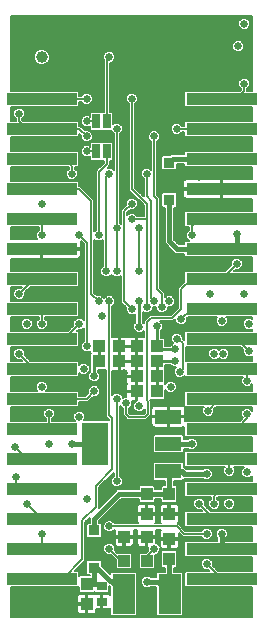
<source format=gbl>
G75*
%MOIN*%
%OFA0B0*%
%FSLAX24Y24*%
%IPPOS*%
%LPD*%
%AMOC8*
5,1,8,0,0,1.08239X$1,22.5*
%
%ADD10R,0.0394X0.0433*%
%ADD11C,0.0394*%
%ADD12R,0.0394X0.0394*%
%ADD13R,0.0748X0.1339*%
%ADD14R,0.2362X0.0394*%
%ADD15R,0.0354X0.0276*%
%ADD16R,0.0880X0.0480*%
%ADD17R,0.0866X0.1417*%
%ADD18R,0.0433X0.0394*%
%ADD19R,0.0374X0.0354*%
%ADD20R,0.0250X0.0500*%
%ADD21C,0.0250*%
%ADD22C,0.0060*%
%ADD23C,0.0160*%
%ADD24C,0.0100*%
%ADD25C,0.0050*%
D10*
X017650Y016315D03*
X017650Y016985D03*
X019650Y019315D03*
X019650Y019985D03*
X020400Y019985D03*
X020400Y019315D03*
X020400Y018485D03*
X020400Y017815D03*
D11*
X016150Y034550D03*
D12*
X018900Y018544D03*
X019650Y018544D03*
X019650Y017756D03*
X018900Y017756D03*
D13*
X018882Y016650D03*
X020418Y016650D03*
D14*
X022150Y017150D03*
X022150Y018150D03*
X022150Y019150D03*
X022150Y020150D03*
X022150Y021150D03*
X022150Y022150D03*
X022150Y023150D03*
X022150Y024150D03*
X022150Y025150D03*
X022150Y026150D03*
X022150Y027150D03*
X022150Y028150D03*
X022150Y029150D03*
X022150Y030150D03*
X022150Y031150D03*
X022150Y032150D03*
X022150Y033150D03*
X016150Y033150D03*
X016150Y032150D03*
X016150Y031150D03*
X016150Y030150D03*
X016150Y029150D03*
X016150Y028150D03*
X016150Y027150D03*
X016150Y026150D03*
X016150Y025150D03*
X016150Y024150D03*
X016150Y023150D03*
X016150Y022150D03*
X016150Y021150D03*
X016150Y020150D03*
X016150Y019150D03*
X016150Y018150D03*
X016150Y017150D03*
D15*
X018150Y016906D03*
X018150Y016394D03*
D16*
X020370Y020740D03*
X020370Y021650D03*
X020370Y022560D03*
D17*
X017930Y021650D03*
D18*
X019315Y023400D03*
X019315Y023900D03*
X019315Y024400D03*
X019315Y024900D03*
X018735Y024900D03*
X018735Y024400D03*
X018065Y024400D03*
X018065Y024900D03*
X019985Y024900D03*
X019985Y024400D03*
X019985Y023900D03*
X019985Y023400D03*
D19*
X017900Y018770D03*
X017900Y017530D03*
X020400Y029780D03*
X020400Y031020D03*
D20*
X018327Y031400D03*
X017973Y031400D03*
X017973Y032400D03*
X018327Y032400D03*
D21*
X018650Y032150D03*
X017650Y031900D03*
X017650Y031400D03*
X017150Y030650D03*
X016150Y029650D03*
X016150Y028600D03*
X015650Y028650D03*
X015300Y028650D03*
X015300Y027650D03*
X015650Y027650D03*
X015400Y026650D03*
X015650Y025650D03*
X016150Y025650D03*
X016150Y024650D03*
X015400Y024650D03*
X015250Y023650D03*
X016150Y023550D03*
X016400Y022650D03*
X016400Y021650D03*
X017150Y021650D03*
X017400Y022550D03*
X017550Y023500D03*
X017900Y023400D03*
X017900Y023900D03*
X017550Y024150D03*
X017400Y024600D03*
X017650Y024900D03*
X017400Y025650D03*
X018150Y025900D03*
X018050Y026400D03*
X018400Y026400D03*
X019150Y026150D03*
X019400Y026400D03*
X019650Y026200D03*
X019900Y026400D03*
X020150Y026200D03*
X020400Y026400D03*
X020800Y025800D03*
X020650Y025150D03*
X020600Y024800D03*
X020600Y024400D03*
X020750Y024050D03*
X020850Y023550D03*
X020450Y023550D03*
X020350Y023000D03*
X020650Y023000D03*
X020050Y023000D03*
X019400Y022900D03*
X018950Y023000D03*
X018650Y023150D03*
X018650Y023800D03*
X018900Y024000D03*
X019000Y025300D03*
X018700Y025300D03*
X019400Y025550D03*
X019985Y025565D03*
X019400Y027400D03*
X018650Y027400D03*
X018300Y027400D03*
X018050Y028600D03*
X018650Y028850D03*
X019150Y029150D03*
X019400Y028850D03*
X019150Y029650D03*
X019650Y030650D03*
X019900Y031900D03*
X020650Y032150D03*
X021400Y030550D03*
X022650Y030600D03*
X022650Y028650D03*
X022650Y027650D03*
X022900Y026650D03*
X022700Y025750D03*
X023050Y025650D03*
X023050Y024750D03*
X022700Y024750D03*
X022200Y024650D03*
X021900Y024650D03*
X022150Y025750D03*
X021750Y026650D03*
X021150Y028600D03*
X018400Y030650D03*
X017650Y032400D03*
X017650Y033150D03*
X018400Y034550D03*
X019150Y033150D03*
X022900Y033650D03*
X022700Y034900D03*
X022900Y035650D03*
X017400Y028600D03*
X015400Y032650D03*
X021700Y022750D03*
X021150Y021650D03*
X021650Y020650D03*
X022400Y020750D03*
X023000Y020700D03*
X022400Y019650D03*
X021900Y019650D03*
X021400Y019650D03*
X021650Y018650D03*
X022150Y018650D03*
X021650Y017650D03*
X019900Y018150D03*
X019650Y017050D03*
X018400Y018150D03*
X018400Y018900D03*
X017650Y019800D03*
X018650Y020400D03*
X016150Y018650D03*
X015650Y019650D03*
X015300Y020550D03*
X015250Y021550D03*
X023000Y022650D03*
X023000Y023750D03*
D22*
X023000Y024050D01*
X022900Y024150D01*
X022150Y024150D01*
X022150Y023150D02*
X022050Y023150D01*
X021700Y022750D01*
X022150Y022150D02*
X022650Y022150D01*
X023000Y022500D01*
X023000Y022650D01*
X022400Y021150D02*
X022150Y021150D01*
X022400Y021150D02*
X022400Y020750D01*
X022150Y020150D02*
X021900Y019900D01*
X021900Y019650D01*
X021900Y019150D02*
X021400Y019650D01*
X021900Y019150D02*
X022150Y019150D01*
X021650Y018650D02*
X020900Y018650D01*
X020650Y018900D01*
X018400Y018900D01*
X018400Y018150D02*
X018794Y017756D01*
X018900Y017756D01*
X019650Y017756D02*
X019650Y017900D01*
X019900Y018150D01*
X018650Y020400D02*
X018650Y023150D01*
X018950Y023000D02*
X018950Y022650D01*
X019050Y022550D01*
X019600Y022550D01*
X019700Y022650D01*
X019700Y023050D01*
X019650Y023100D01*
X019650Y025700D01*
X019800Y025850D01*
X020500Y025850D01*
X020800Y026150D01*
X020800Y026800D01*
X021150Y027150D01*
X022150Y027150D01*
X022650Y027650D01*
X022150Y026150D02*
X021150Y026150D01*
X020800Y025800D01*
X020700Y025150D02*
X020650Y025150D01*
X020700Y025150D02*
X020850Y025000D01*
X020850Y024150D01*
X020750Y024050D01*
X022150Y025150D02*
X022650Y025150D01*
X023050Y024750D01*
X021150Y028600D02*
X021150Y028900D01*
X021400Y029150D01*
X022150Y029150D01*
X020000Y029800D02*
X020000Y026800D01*
X020150Y026650D01*
X020150Y026200D01*
X019900Y026400D02*
X019800Y026500D01*
X019800Y029750D01*
X019650Y029900D01*
X019650Y030650D01*
X019150Y030150D02*
X019150Y033150D01*
X018650Y032150D02*
X018650Y028850D01*
X018650Y027400D01*
X018300Y027400D02*
X018300Y030550D01*
X018400Y030650D01*
X018327Y030977D02*
X018050Y030700D01*
X018050Y028600D01*
X017650Y028350D02*
X017400Y028600D01*
X017650Y028350D02*
X017650Y024900D01*
X016900Y025150D02*
X017400Y025650D01*
X016900Y025150D02*
X016150Y025150D01*
X016150Y025650D02*
X016150Y026150D01*
X015400Y026650D02*
X015900Y027150D01*
X016150Y027150D01*
X016150Y028600D02*
X016150Y029150D01*
X016150Y030150D02*
X017400Y030150D01*
X017800Y029750D01*
X017800Y026650D01*
X018050Y026400D01*
X018400Y026400D02*
X018400Y022600D01*
X018500Y022500D01*
X018500Y020800D01*
X017950Y020250D01*
X017950Y019550D01*
X017500Y019100D01*
X017500Y017800D01*
X016850Y017150D01*
X016150Y017150D01*
X016150Y018150D02*
X016150Y018650D01*
X016150Y019150D02*
X015650Y019650D01*
X015400Y020150D02*
X015300Y020250D01*
X015300Y020550D01*
X015400Y020150D02*
X016150Y020150D01*
X016150Y021150D02*
X015650Y021150D01*
X015250Y021550D01*
X016150Y022150D02*
X016400Y022150D01*
X016400Y022650D01*
X016150Y023150D02*
X017650Y023150D01*
X017900Y023400D01*
X016150Y024150D02*
X015900Y024150D01*
X015400Y024650D01*
X018900Y026400D02*
X018900Y029400D01*
X019150Y029650D01*
X019150Y029150D02*
X019650Y029150D01*
X019650Y029650D01*
X019150Y030150D01*
X019900Y029900D02*
X020000Y029800D01*
X019900Y029900D02*
X019900Y031900D01*
X020650Y032150D02*
X022150Y032150D01*
X022150Y033150D02*
X022650Y033150D01*
X022900Y033400D01*
X022900Y033650D01*
X019650Y029150D02*
X019650Y026200D01*
X019150Y026150D02*
X018900Y026400D01*
X019400Y027400D02*
X019400Y028850D01*
X018327Y030977D02*
X018327Y031400D01*
X017973Y031400D02*
X017650Y031400D01*
X017650Y031900D02*
X017400Y032150D01*
X016150Y032150D01*
X015650Y032150D01*
X015400Y032400D01*
X015400Y032650D01*
X016150Y033150D02*
X017650Y033150D01*
X017650Y032400D02*
X017973Y032400D01*
X018327Y032400D02*
X018327Y034477D01*
X018400Y034550D01*
X016900Y031150D02*
X016150Y031150D01*
X016900Y031150D02*
X017150Y030900D01*
X017150Y030650D01*
X021650Y017650D02*
X022150Y017150D01*
D23*
X022150Y018150D02*
X022150Y018650D01*
X020400Y017815D02*
X020400Y016668D01*
X020418Y016650D01*
X020018Y017050D01*
X019650Y017050D01*
X018882Y016650D02*
X018002Y017530D01*
X017900Y017530D01*
X017900Y016985D01*
X018071Y016985D01*
X018150Y016906D01*
X017900Y016985D02*
X017650Y016985D01*
X017900Y018770D02*
X017900Y019150D01*
X018735Y019985D01*
X019650Y019985D01*
X020400Y019985D01*
X020400Y020710D01*
X020370Y020740D01*
X020810Y020740D01*
X020900Y020650D01*
X021650Y020650D01*
X021150Y021650D02*
X020370Y021650D01*
X017930Y021650D02*
X017150Y021650D01*
X020650Y028150D02*
X022150Y028150D01*
X022650Y028150D01*
X022650Y028650D01*
X022150Y031150D02*
X020530Y031150D01*
X020400Y031020D01*
X020400Y029780D02*
X020400Y028400D01*
X020650Y028150D01*
D24*
X019400Y026400D02*
X019400Y025550D01*
X019985Y025565D02*
X019985Y024900D01*
X020085Y024800D01*
X020600Y024800D01*
X020600Y024400D02*
X019985Y024400D01*
X019985Y023900D01*
X019985Y023400D01*
X018065Y024400D02*
X018065Y024900D01*
X018065Y024400D02*
X017900Y024235D01*
X017900Y023900D01*
D25*
X015125Y016878D02*
X015125Y015875D01*
X023175Y015875D01*
X023175Y016878D01*
X020938Y016878D01*
X020894Y016922D01*
X020894Y017378D01*
X020938Y017422D01*
X021730Y017422D01*
X021702Y017450D01*
X021567Y017450D01*
X021450Y017567D01*
X021450Y017733D01*
X021567Y017850D01*
X021733Y017850D01*
X021850Y017733D01*
X021850Y017598D01*
X022027Y017422D01*
X023175Y017422D01*
X023175Y017878D01*
X020938Y017878D01*
X020894Y017922D01*
X020894Y018378D01*
X020938Y018422D01*
X021995Y018422D01*
X021995Y018522D01*
X021950Y018567D01*
X021950Y018733D01*
X022067Y018850D01*
X022233Y018850D01*
X022350Y018733D01*
X022350Y018567D01*
X022305Y018522D01*
X022305Y018422D01*
X023175Y018422D01*
X023175Y018878D01*
X020938Y018878D01*
X020894Y018922D01*
X020894Y019378D01*
X020938Y019422D01*
X021480Y019422D01*
X021452Y019450D01*
X021317Y019450D01*
X021200Y019567D01*
X021200Y019733D01*
X021317Y019850D01*
X021483Y019850D01*
X021600Y019733D01*
X021600Y019598D01*
X021777Y019422D01*
X023175Y019422D01*
X023175Y019878D01*
X022027Y019878D01*
X022005Y019857D01*
X022005Y019828D01*
X022100Y019733D01*
X022100Y019567D01*
X021983Y019450D01*
X021817Y019450D01*
X021700Y019567D01*
X021700Y019733D01*
X021795Y019828D01*
X021795Y019878D01*
X020938Y019878D01*
X020894Y019922D01*
X020894Y020378D01*
X020938Y020422D01*
X023175Y020422D01*
X023175Y020592D01*
X023083Y020500D01*
X023175Y020500D01*
X023175Y020452D02*
X021734Y020452D01*
X021733Y020450D02*
X021850Y020567D01*
X021850Y020733D01*
X021733Y020850D01*
X021567Y020850D01*
X021522Y020805D01*
X020964Y020805D01*
X020885Y020884D01*
X020885Y021011D01*
X020841Y021055D01*
X019899Y021055D01*
X019855Y021011D01*
X019855Y020469D01*
X019899Y020425D01*
X020245Y020425D01*
X020245Y020276D01*
X020172Y020276D01*
X020128Y020232D01*
X020128Y020140D01*
X019922Y020140D01*
X019922Y020232D01*
X019878Y020276D01*
X019422Y020276D01*
X019378Y020232D01*
X019378Y020140D01*
X018670Y020140D01*
X018580Y020049D01*
X018055Y019524D01*
X018055Y020207D01*
X018545Y020697D01*
X018545Y020578D01*
X018450Y020483D01*
X018450Y020317D01*
X018567Y020200D01*
X018733Y020200D01*
X018850Y020317D01*
X018850Y020483D01*
X018755Y020578D01*
X018755Y022912D01*
X018845Y022822D01*
X018845Y022607D01*
X018945Y022507D01*
X019007Y022445D01*
X019643Y022445D01*
X019743Y022545D01*
X019805Y022607D01*
X019805Y023093D01*
X019770Y023128D01*
X020232Y023128D01*
X020276Y023172D01*
X020276Y023441D01*
X020367Y023350D01*
X020533Y023350D01*
X020650Y023467D01*
X020650Y023633D01*
X020533Y023750D01*
X020367Y023750D01*
X020261Y023643D01*
X020254Y023650D01*
X020276Y023672D01*
X020276Y024128D01*
X020254Y024150D01*
X020276Y024172D01*
X020276Y024275D01*
X020442Y024275D01*
X020517Y024200D01*
X020617Y024200D01*
X020550Y024133D01*
X020550Y023967D01*
X020667Y023850D01*
X020833Y023850D01*
X020899Y023917D01*
X020938Y023878D01*
X022845Y023878D01*
X022800Y023833D01*
X022800Y023667D01*
X022917Y023550D01*
X023083Y023550D01*
X023175Y023642D01*
X023175Y023422D01*
X020938Y023422D01*
X020894Y023378D01*
X020894Y022922D01*
X020938Y022878D01*
X021545Y022878D01*
X021500Y022833D01*
X021500Y022667D01*
X021617Y022550D01*
X021783Y022550D01*
X021900Y022667D01*
X021900Y022819D01*
X021952Y022878D01*
X023175Y022878D01*
X023175Y022758D01*
X023083Y022850D01*
X022917Y022850D01*
X022800Y022733D01*
X022800Y022567D01*
X022859Y022508D01*
X022773Y022422D01*
X020938Y022422D01*
X020935Y022419D01*
X020935Y022535D01*
X020395Y022535D01*
X020395Y022585D01*
X020345Y022585D01*
X020345Y022925D01*
X019914Y022925D01*
X019882Y022916D01*
X019853Y022900D01*
X019830Y022877D01*
X019814Y022848D01*
X019805Y022816D01*
X019805Y022585D01*
X020345Y022585D01*
X020345Y022535D01*
X019805Y022535D01*
X019805Y022303D01*
X019814Y022272D01*
X019830Y022243D01*
X019853Y022220D01*
X019882Y022203D01*
X019914Y022195D01*
X020345Y022195D01*
X020345Y022535D01*
X020395Y022535D01*
X020395Y022195D01*
X020826Y022195D01*
X020858Y022203D01*
X020887Y022220D01*
X020894Y022227D01*
X020894Y021922D01*
X020938Y021878D01*
X023175Y021878D01*
X023175Y021422D01*
X020938Y021422D01*
X020894Y021378D01*
X020894Y020922D01*
X020938Y020878D01*
X022245Y020878D01*
X022200Y020833D01*
X022200Y020667D01*
X022317Y020550D01*
X022483Y020550D01*
X022600Y020667D01*
X022600Y020833D01*
X022555Y020878D01*
X022895Y020878D01*
X022800Y020783D01*
X022800Y020617D01*
X022917Y020500D01*
X021783Y020500D01*
X021831Y020549D02*
X022869Y020549D01*
X022820Y020597D02*
X022530Y020597D01*
X022578Y020646D02*
X022800Y020646D01*
X022800Y020694D02*
X022600Y020694D01*
X022600Y020743D02*
X022800Y020743D01*
X022808Y020791D02*
X022600Y020791D01*
X022593Y020840D02*
X022857Y020840D01*
X022917Y020500D02*
X023083Y020500D01*
X023131Y020549D02*
X023175Y020549D01*
X023175Y019870D02*
X022018Y019870D01*
X022012Y019821D02*
X022288Y019821D01*
X022317Y019850D02*
X022200Y019733D01*
X022200Y019567D01*
X022317Y019450D01*
X022483Y019450D01*
X022600Y019567D01*
X022600Y019733D01*
X022483Y019850D01*
X022317Y019850D01*
X022240Y019773D02*
X022060Y019773D01*
X022100Y019724D02*
X022200Y019724D01*
X022200Y019676D02*
X022100Y019676D01*
X022100Y019627D02*
X022200Y019627D01*
X022200Y019579D02*
X022100Y019579D01*
X022063Y019530D02*
X022237Y019530D01*
X022286Y019482D02*
X022014Y019482D01*
X021786Y019482D02*
X021717Y019482D01*
X021737Y019530D02*
X021668Y019530D01*
X021700Y019579D02*
X021620Y019579D01*
X021600Y019627D02*
X021700Y019627D01*
X021700Y019676D02*
X021600Y019676D01*
X021600Y019724D02*
X021700Y019724D01*
X021740Y019773D02*
X021560Y019773D01*
X021512Y019821D02*
X021788Y019821D01*
X021795Y019870D02*
X020672Y019870D01*
X020672Y019918D02*
X020898Y019918D01*
X020894Y019967D02*
X020672Y019967D01*
X020672Y020015D02*
X020894Y020015D01*
X020894Y020064D02*
X020672Y020064D01*
X020672Y020112D02*
X020894Y020112D01*
X020894Y020161D02*
X020672Y020161D01*
X020672Y020209D02*
X020894Y020209D01*
X020894Y020258D02*
X020647Y020258D01*
X020628Y020276D02*
X020555Y020276D01*
X020555Y020425D01*
X020841Y020425D01*
X020885Y020469D01*
X020885Y020495D01*
X021522Y020495D01*
X021567Y020450D01*
X021733Y020450D01*
X021566Y020452D02*
X020867Y020452D01*
X020919Y020403D02*
X020555Y020403D01*
X020555Y020355D02*
X020894Y020355D01*
X020894Y020306D02*
X020555Y020306D01*
X020628Y020276D02*
X020672Y020232D01*
X020672Y019737D01*
X020628Y019693D01*
X020172Y019693D01*
X020128Y019737D01*
X020128Y019830D01*
X019922Y019830D01*
X019922Y019737D01*
X019878Y019693D01*
X019422Y019693D01*
X019378Y019737D01*
X019378Y019830D01*
X018799Y019830D01*
X018055Y019086D01*
X018055Y019022D01*
X018118Y019022D01*
X018162Y018978D01*
X018162Y018562D01*
X018118Y018518D01*
X017682Y018518D01*
X017638Y018562D01*
X017638Y018978D01*
X017682Y019022D01*
X017745Y019022D01*
X017745Y019197D01*
X017605Y019057D01*
X017605Y017757D01*
X017270Y017422D01*
X017362Y017422D01*
X017406Y017378D01*
X017406Y017260D01*
X017422Y017276D01*
X017745Y017276D01*
X017745Y017278D01*
X017682Y017278D01*
X017638Y017322D01*
X017638Y017738D01*
X017682Y017782D01*
X018118Y017782D01*
X018162Y017738D01*
X018162Y017589D01*
X018433Y017318D01*
X018433Y017350D01*
X018477Y017394D01*
X019287Y017394D01*
X019331Y017350D01*
X019331Y015950D01*
X019287Y015906D01*
X018477Y015906D01*
X018433Y015950D01*
X018433Y016190D01*
X018427Y016180D01*
X018404Y016156D01*
X018375Y016140D01*
X018344Y016131D01*
X018175Y016131D01*
X018175Y016369D01*
X018125Y016369D01*
X018125Y016131D01*
X017972Y016131D01*
X017972Y016082D01*
X017963Y016051D01*
X017947Y016022D01*
X017924Y015999D01*
X017895Y015982D01*
X017863Y015974D01*
X017675Y015974D01*
X017675Y016290D01*
X017625Y016290D01*
X017625Y015974D01*
X017437Y015974D01*
X017405Y015982D01*
X017376Y015999D01*
X017353Y016022D01*
X017337Y016051D01*
X017328Y016082D01*
X017328Y016290D01*
X017625Y016290D01*
X017625Y016340D01*
X017328Y016340D01*
X017328Y016548D01*
X017337Y016580D01*
X017353Y016609D01*
X017376Y016632D01*
X017405Y016648D01*
X017437Y016657D01*
X017625Y016657D01*
X017625Y016340D01*
X017675Y016340D01*
X017675Y016657D01*
X017863Y016657D01*
X017895Y016648D01*
X017910Y016640D01*
X017925Y016648D01*
X017956Y016657D01*
X018125Y016657D01*
X018125Y016419D01*
X018175Y016419D01*
X018175Y016657D01*
X018344Y016657D01*
X018375Y016648D01*
X018404Y016632D01*
X018427Y016609D01*
X018433Y016598D01*
X018433Y016880D01*
X018402Y016911D01*
X018402Y016737D01*
X018358Y016693D01*
X017942Y016693D01*
X017910Y016725D01*
X017878Y016693D01*
X017422Y016693D01*
X017378Y016737D01*
X017378Y016894D01*
X017362Y016878D01*
X015125Y016878D01*
X015125Y016863D02*
X017378Y016863D01*
X017378Y016814D02*
X015125Y016814D01*
X015125Y016766D02*
X017378Y016766D01*
X017398Y016717D02*
X015125Y016717D01*
X015125Y016669D02*
X018433Y016669D01*
X018433Y016717D02*
X018382Y016717D01*
X018402Y016766D02*
X018433Y016766D01*
X018433Y016814D02*
X018402Y016814D01*
X018402Y016863D02*
X018433Y016863D01*
X018416Y016620D02*
X018433Y016620D01*
X018175Y016620D02*
X018125Y016620D01*
X018125Y016572D02*
X018175Y016572D01*
X018175Y016523D02*
X018125Y016523D01*
X018125Y016475D02*
X018175Y016475D01*
X018175Y016426D02*
X018125Y016426D01*
X018125Y016329D02*
X018175Y016329D01*
X018175Y016281D02*
X018125Y016281D01*
X018125Y016232D02*
X018175Y016232D01*
X018175Y016184D02*
X018125Y016184D01*
X018125Y016135D02*
X018175Y016135D01*
X018357Y016135D02*
X018433Y016135D01*
X018433Y016087D02*
X017972Y016087D01*
X017956Y016038D02*
X018433Y016038D01*
X018433Y015990D02*
X017908Y015990D01*
X017675Y015990D02*
X017625Y015990D01*
X017625Y016038D02*
X017675Y016038D01*
X017675Y016087D02*
X017625Y016087D01*
X017625Y016135D02*
X017675Y016135D01*
X017675Y016184D02*
X017625Y016184D01*
X017625Y016232D02*
X017675Y016232D01*
X017675Y016281D02*
X017625Y016281D01*
X017625Y016329D02*
X015125Y016329D01*
X015125Y016281D02*
X017328Y016281D01*
X017328Y016232D02*
X015125Y016232D01*
X015125Y016184D02*
X017328Y016184D01*
X017328Y016135D02*
X015125Y016135D01*
X015125Y016087D02*
X017328Y016087D01*
X017344Y016038D02*
X015125Y016038D01*
X015125Y015990D02*
X017392Y015990D01*
X017328Y016378D02*
X015125Y016378D01*
X015125Y016426D02*
X017328Y016426D01*
X017328Y016475D02*
X015125Y016475D01*
X015125Y016523D02*
X017328Y016523D01*
X017334Y016572D02*
X015125Y016572D01*
X015125Y016620D02*
X017364Y016620D01*
X017625Y016620D02*
X017675Y016620D01*
X017675Y016572D02*
X017625Y016572D01*
X017625Y016523D02*
X017675Y016523D01*
X017675Y016475D02*
X017625Y016475D01*
X017625Y016426D02*
X017675Y016426D01*
X017675Y016378D02*
X017625Y016378D01*
X017902Y016717D02*
X017918Y016717D01*
X017661Y017299D02*
X017406Y017299D01*
X017406Y017348D02*
X017638Y017348D01*
X017638Y017396D02*
X017388Y017396D01*
X017293Y017445D02*
X017638Y017445D01*
X017638Y017493D02*
X017341Y017493D01*
X017390Y017542D02*
X017638Y017542D01*
X017638Y017590D02*
X017439Y017590D01*
X017487Y017639D02*
X017638Y017639D01*
X017638Y017687D02*
X017536Y017687D01*
X017584Y017736D02*
X017638Y017736D01*
X017605Y017784D02*
X018617Y017784D01*
X018628Y017773D02*
X018628Y017528D01*
X018672Y017484D01*
X019128Y017484D01*
X019172Y017528D01*
X019172Y017984D01*
X019128Y018028D01*
X018672Y018028D01*
X018671Y018027D01*
X018600Y018098D01*
X018600Y018233D01*
X018483Y018350D01*
X018317Y018350D01*
X018200Y018233D01*
X018200Y018067D01*
X018317Y017950D01*
X018452Y017950D01*
X018628Y017773D01*
X018628Y017736D02*
X018162Y017736D01*
X018162Y017687D02*
X018628Y017687D01*
X018628Y017639D02*
X018162Y017639D01*
X018162Y017590D02*
X018628Y017590D01*
X018628Y017542D02*
X018210Y017542D01*
X018258Y017493D02*
X018664Y017493D01*
X018433Y017348D02*
X018404Y017348D01*
X018355Y017396D02*
X020245Y017396D01*
X020245Y017394D02*
X020013Y017394D01*
X019969Y017350D01*
X019969Y017205D01*
X019778Y017205D01*
X019733Y017250D01*
X019567Y017250D01*
X019450Y017133D01*
X019450Y016967D01*
X019567Y016850D01*
X019733Y016850D01*
X019778Y016895D01*
X019954Y016895D01*
X019969Y016880D01*
X019969Y015950D01*
X020013Y015906D01*
X020823Y015906D01*
X020867Y015950D01*
X020867Y017350D01*
X020823Y017394D01*
X020555Y017394D01*
X020555Y017524D01*
X020628Y017524D01*
X020672Y017568D01*
X020672Y018063D01*
X020628Y018107D01*
X020172Y018107D01*
X020128Y018063D01*
X020128Y017568D01*
X020172Y017524D01*
X020245Y017524D01*
X020245Y017394D01*
X020245Y017445D02*
X018307Y017445D01*
X018569Y017833D02*
X017605Y017833D01*
X017605Y017881D02*
X018520Y017881D01*
X018472Y017930D02*
X017605Y017930D01*
X017605Y017978D02*
X018289Y017978D01*
X018241Y018027D02*
X017605Y018027D01*
X017605Y018075D02*
X018200Y018075D01*
X018200Y018124D02*
X017605Y018124D01*
X017605Y018172D02*
X018200Y018172D01*
X018200Y018221D02*
X017605Y018221D01*
X017605Y018269D02*
X018236Y018269D01*
X018285Y018318D02*
X017605Y018318D01*
X017605Y018366D02*
X018578Y018366D01*
X018578Y018330D02*
X018587Y018299D01*
X018603Y018270D01*
X018626Y018247D01*
X018655Y018230D01*
X018687Y018222D01*
X018875Y018222D01*
X018875Y018519D01*
X018578Y018519D01*
X018578Y018330D01*
X018582Y018318D02*
X018515Y018318D01*
X018564Y018269D02*
X018604Y018269D01*
X018600Y018221D02*
X019700Y018221D01*
X019700Y018222D02*
X019700Y018098D01*
X019630Y018028D01*
X019422Y018028D01*
X019378Y017984D01*
X019378Y017528D01*
X019422Y017484D01*
X019878Y017484D01*
X019922Y017528D01*
X019922Y017950D01*
X019983Y017950D01*
X020100Y018067D01*
X020100Y018197D01*
X020103Y018191D01*
X020126Y018168D01*
X020155Y018152D01*
X020187Y018143D01*
X020375Y018143D01*
X020375Y018460D01*
X020078Y018460D01*
X020078Y018255D01*
X019983Y018350D01*
X019972Y018350D01*
X019972Y018519D01*
X019675Y018519D01*
X019675Y018569D01*
X019972Y018569D01*
X019972Y018757D01*
X019963Y018789D01*
X019960Y018795D01*
X020120Y018795D01*
X020103Y018778D01*
X020087Y018749D01*
X020078Y018718D01*
X020078Y018510D01*
X020375Y018510D01*
X020375Y018460D01*
X020425Y018460D01*
X020425Y018510D01*
X020722Y018510D01*
X020722Y018680D01*
X020795Y018607D01*
X020857Y018545D01*
X021472Y018545D01*
X021567Y018450D01*
X021733Y018450D01*
X021850Y018567D01*
X021850Y018733D01*
X021733Y018850D01*
X021567Y018850D01*
X021472Y018755D01*
X020943Y018755D01*
X020693Y019005D01*
X020680Y019005D01*
X020697Y019022D01*
X020713Y019051D01*
X020722Y019082D01*
X020722Y019290D01*
X020425Y019290D01*
X020425Y019340D01*
X020722Y019340D01*
X020722Y019548D01*
X020713Y019580D01*
X020697Y019609D01*
X020674Y019632D01*
X020645Y019648D01*
X020613Y019657D01*
X020425Y019657D01*
X020425Y019340D01*
X020375Y019340D01*
X020375Y019290D01*
X020078Y019290D01*
X020078Y019082D01*
X020087Y019051D01*
X020103Y019022D01*
X020120Y019005D01*
X019930Y019005D01*
X019947Y019022D01*
X019963Y019051D01*
X019972Y019082D01*
X019972Y019290D01*
X019675Y019290D01*
X019675Y019340D01*
X019972Y019340D01*
X019972Y019548D01*
X019963Y019580D01*
X019947Y019609D01*
X019924Y019632D01*
X019895Y019648D01*
X019863Y019657D01*
X019675Y019657D01*
X019675Y019340D01*
X019625Y019340D01*
X019625Y019290D01*
X019328Y019290D01*
X019328Y019082D01*
X019337Y019051D01*
X019353Y019022D01*
X019370Y019005D01*
X018578Y019005D01*
X018483Y019100D01*
X018317Y019100D01*
X018200Y018983D01*
X018200Y018817D01*
X018317Y018700D01*
X018483Y018700D01*
X018578Y018795D01*
X018590Y018795D01*
X018587Y018789D01*
X018578Y018757D01*
X018578Y018569D01*
X018875Y018569D01*
X018875Y018519D01*
X018925Y018519D01*
X018925Y018569D01*
X019222Y018569D01*
X019222Y018757D01*
X019213Y018789D01*
X019210Y018795D01*
X019340Y018795D01*
X019337Y018789D01*
X019328Y018757D01*
X019328Y018569D01*
X019625Y018569D01*
X019625Y018519D01*
X019328Y018519D01*
X019328Y018330D01*
X019337Y018299D01*
X019353Y018270D01*
X019376Y018247D01*
X019405Y018230D01*
X019437Y018222D01*
X019625Y018222D01*
X019625Y018519D01*
X019675Y018519D01*
X019675Y018222D01*
X019700Y018222D01*
X019700Y018172D02*
X018600Y018172D01*
X018600Y018124D02*
X019700Y018124D01*
X019677Y018075D02*
X018623Y018075D01*
X018875Y018269D02*
X018925Y018269D01*
X018925Y018222D02*
X019113Y018222D01*
X019145Y018230D01*
X019174Y018247D01*
X019197Y018270D01*
X019213Y018299D01*
X019222Y018330D01*
X019222Y018519D01*
X018925Y018519D01*
X018925Y018222D01*
X018925Y018318D02*
X018875Y018318D01*
X018875Y018366D02*
X018925Y018366D01*
X018925Y018415D02*
X018875Y018415D01*
X018875Y018463D02*
X018925Y018463D01*
X018925Y018512D02*
X018875Y018512D01*
X018875Y018560D02*
X018160Y018560D01*
X018162Y018609D02*
X018578Y018609D01*
X018578Y018657D02*
X018162Y018657D01*
X018162Y018706D02*
X018312Y018706D01*
X018263Y018754D02*
X018162Y018754D01*
X018162Y018803D02*
X018215Y018803D01*
X018200Y018851D02*
X018162Y018851D01*
X018162Y018900D02*
X018200Y018900D01*
X018200Y018948D02*
X018162Y018948D01*
X018144Y018997D02*
X018214Y018997D01*
X018262Y019045D02*
X018055Y019045D01*
X018063Y019094D02*
X018311Y019094D01*
X018208Y019239D02*
X019328Y019239D01*
X019328Y019191D02*
X018160Y019191D01*
X018111Y019142D02*
X019328Y019142D01*
X019328Y019094D02*
X018489Y019094D01*
X018538Y019045D02*
X019340Y019045D01*
X019328Y019288D02*
X018257Y019288D01*
X018305Y019336D02*
X019625Y019336D01*
X019625Y019340D02*
X019328Y019340D01*
X019328Y019548D01*
X019337Y019580D01*
X019353Y019609D01*
X019376Y019632D01*
X019405Y019648D01*
X019437Y019657D01*
X019625Y019657D01*
X019625Y019340D01*
X019625Y019385D02*
X019675Y019385D01*
X019675Y019433D02*
X019625Y019433D01*
X019625Y019482D02*
X019675Y019482D01*
X019675Y019530D02*
X019625Y019530D01*
X019625Y019579D02*
X019675Y019579D01*
X019675Y019627D02*
X019625Y019627D01*
X019391Y019724D02*
X018693Y019724D01*
X018645Y019676D02*
X021200Y019676D01*
X021200Y019724D02*
X020659Y019724D01*
X020672Y019773D02*
X021240Y019773D01*
X021288Y019821D02*
X020672Y019821D01*
X020678Y019627D02*
X021200Y019627D01*
X021200Y019579D02*
X020714Y019579D01*
X020722Y019530D02*
X021237Y019530D01*
X021286Y019482D02*
X020722Y019482D01*
X020722Y019433D02*
X021468Y019433D01*
X021765Y019433D02*
X023175Y019433D01*
X023175Y019482D02*
X022514Y019482D01*
X022563Y019530D02*
X023175Y019530D01*
X023175Y019579D02*
X022600Y019579D01*
X022600Y019627D02*
X023175Y019627D01*
X023175Y019676D02*
X022600Y019676D01*
X022600Y019724D02*
X023175Y019724D01*
X023175Y019773D02*
X022560Y019773D01*
X022512Y019821D02*
X023175Y019821D01*
X023175Y018851D02*
X020847Y018851D01*
X020799Y018900D02*
X020916Y018900D01*
X020894Y018948D02*
X020750Y018948D01*
X020702Y018997D02*
X020894Y018997D01*
X020894Y019045D02*
X020710Y019045D01*
X020722Y019094D02*
X020894Y019094D01*
X020894Y019142D02*
X020722Y019142D01*
X020722Y019191D02*
X020894Y019191D01*
X020894Y019239D02*
X020722Y019239D01*
X020722Y019288D02*
X020894Y019288D01*
X020894Y019336D02*
X020425Y019336D01*
X020425Y019385D02*
X020375Y019385D01*
X020375Y019340D02*
X020375Y019657D01*
X020187Y019657D01*
X020155Y019648D01*
X020126Y019632D01*
X020103Y019609D01*
X020087Y019580D01*
X020078Y019548D01*
X020078Y019340D01*
X020375Y019340D01*
X020375Y019336D02*
X019675Y019336D01*
X019972Y019288D02*
X020078Y019288D01*
X020078Y019239D02*
X019972Y019239D01*
X019972Y019191D02*
X020078Y019191D01*
X020078Y019142D02*
X019972Y019142D01*
X019972Y019094D02*
X020078Y019094D01*
X020090Y019045D02*
X019960Y019045D01*
X019972Y018754D02*
X020089Y018754D01*
X020078Y018706D02*
X019972Y018706D01*
X019972Y018657D02*
X020078Y018657D01*
X020078Y018609D02*
X019972Y018609D01*
X019972Y018512D02*
X020078Y018512D01*
X020078Y018560D02*
X019675Y018560D01*
X019675Y018512D02*
X019625Y018512D01*
X019625Y018560D02*
X018925Y018560D01*
X019222Y018512D02*
X019328Y018512D01*
X019328Y018463D02*
X019222Y018463D01*
X019222Y018415D02*
X019328Y018415D01*
X019328Y018366D02*
X019222Y018366D01*
X019218Y018318D02*
X019332Y018318D01*
X019354Y018269D02*
X019196Y018269D01*
X019130Y018027D02*
X019420Y018027D01*
X019378Y017978D02*
X019172Y017978D01*
X019172Y017930D02*
X019378Y017930D01*
X019378Y017881D02*
X019172Y017881D01*
X019172Y017833D02*
X019378Y017833D01*
X019378Y017784D02*
X019172Y017784D01*
X019172Y017736D02*
X019378Y017736D01*
X019378Y017687D02*
X019172Y017687D01*
X019172Y017639D02*
X019378Y017639D01*
X019378Y017590D02*
X019172Y017590D01*
X019172Y017542D02*
X019378Y017542D01*
X019414Y017493D02*
X019136Y017493D01*
X019331Y017348D02*
X019969Y017348D01*
X019969Y017299D02*
X019331Y017299D01*
X019331Y017251D02*
X019969Y017251D01*
X019886Y017493D02*
X020245Y017493D01*
X020154Y017542D02*
X019922Y017542D01*
X019922Y017590D02*
X020128Y017590D01*
X020128Y017639D02*
X019922Y017639D01*
X019922Y017687D02*
X020128Y017687D01*
X020128Y017736D02*
X019922Y017736D01*
X019922Y017784D02*
X020128Y017784D01*
X020128Y017833D02*
X019922Y017833D01*
X019922Y017881D02*
X020128Y017881D01*
X020128Y017930D02*
X019922Y017930D01*
X020011Y017978D02*
X020128Y017978D01*
X020128Y018027D02*
X020059Y018027D01*
X020100Y018075D02*
X020140Y018075D01*
X020100Y018124D02*
X020894Y018124D01*
X020894Y018172D02*
X020678Y018172D01*
X020674Y018168D02*
X020697Y018191D01*
X020713Y018220D01*
X020722Y018252D01*
X020722Y018460D01*
X020425Y018460D01*
X020425Y018143D01*
X020613Y018143D01*
X020645Y018152D01*
X020674Y018168D01*
X020714Y018221D02*
X020894Y018221D01*
X020894Y018269D02*
X020722Y018269D01*
X020722Y018318D02*
X020894Y018318D01*
X020894Y018366D02*
X020722Y018366D01*
X020722Y018415D02*
X020930Y018415D01*
X020841Y018560D02*
X020722Y018560D01*
X020722Y018512D02*
X021506Y018512D01*
X021554Y018463D02*
X020425Y018463D01*
X020425Y018415D02*
X020375Y018415D01*
X020375Y018463D02*
X019972Y018463D01*
X019972Y018415D02*
X020078Y018415D01*
X020078Y018366D02*
X019972Y018366D01*
X020015Y018318D02*
X020078Y018318D01*
X020078Y018269D02*
X020064Y018269D01*
X020100Y018172D02*
X020122Y018172D01*
X020375Y018172D02*
X020425Y018172D01*
X020425Y018221D02*
X020375Y018221D01*
X020375Y018269D02*
X020425Y018269D01*
X020425Y018318D02*
X020375Y018318D01*
X020375Y018366D02*
X020425Y018366D01*
X020660Y018075D02*
X020894Y018075D01*
X020894Y018027D02*
X020672Y018027D01*
X020672Y017978D02*
X020894Y017978D01*
X020894Y017930D02*
X020672Y017930D01*
X020672Y017881D02*
X020935Y017881D01*
X020672Y017833D02*
X021550Y017833D01*
X021501Y017784D02*
X020672Y017784D01*
X020672Y017736D02*
X021453Y017736D01*
X021450Y017687D02*
X020672Y017687D01*
X020672Y017639D02*
X021450Y017639D01*
X021450Y017590D02*
X020672Y017590D01*
X020646Y017542D02*
X021476Y017542D01*
X021524Y017493D02*
X020555Y017493D01*
X020555Y017445D02*
X021707Y017445D01*
X021858Y017590D02*
X023175Y017590D01*
X023175Y017542D02*
X021907Y017542D01*
X021955Y017493D02*
X023175Y017493D01*
X023175Y017445D02*
X022004Y017445D01*
X021850Y017639D02*
X023175Y017639D01*
X023175Y017687D02*
X021850Y017687D01*
X021847Y017736D02*
X023175Y017736D01*
X023175Y017784D02*
X021799Y017784D01*
X021750Y017833D02*
X023175Y017833D01*
X023175Y016863D02*
X020867Y016863D01*
X020867Y016911D02*
X020905Y016911D01*
X020894Y016960D02*
X020867Y016960D01*
X020867Y017008D02*
X020894Y017008D01*
X020894Y017057D02*
X020867Y017057D01*
X020867Y017105D02*
X020894Y017105D01*
X020894Y017154D02*
X020867Y017154D01*
X020867Y017202D02*
X020894Y017202D01*
X020894Y017251D02*
X020867Y017251D01*
X020867Y017299D02*
X020894Y017299D01*
X020894Y017348D02*
X020867Y017348D01*
X020912Y017396D02*
X020555Y017396D01*
X019969Y016863D02*
X019745Y016863D01*
X019555Y016863D02*
X019331Y016863D01*
X019331Y016911D02*
X019506Y016911D01*
X019458Y016960D02*
X019331Y016960D01*
X019331Y017008D02*
X019450Y017008D01*
X019450Y017057D02*
X019331Y017057D01*
X019331Y017105D02*
X019450Y017105D01*
X019471Y017154D02*
X019331Y017154D01*
X019331Y017202D02*
X019519Y017202D01*
X019331Y016814D02*
X019969Y016814D01*
X019969Y016766D02*
X019331Y016766D01*
X019331Y016717D02*
X019969Y016717D01*
X019969Y016669D02*
X019331Y016669D01*
X019331Y016620D02*
X019969Y016620D01*
X019969Y016572D02*
X019331Y016572D01*
X019331Y016523D02*
X019969Y016523D01*
X019969Y016475D02*
X019331Y016475D01*
X019331Y016426D02*
X019969Y016426D01*
X019969Y016378D02*
X019331Y016378D01*
X019331Y016329D02*
X019969Y016329D01*
X019969Y016281D02*
X019331Y016281D01*
X019331Y016232D02*
X019969Y016232D01*
X019969Y016184D02*
X019331Y016184D01*
X019331Y016135D02*
X019969Y016135D01*
X019969Y016087D02*
X019331Y016087D01*
X019331Y016038D02*
X019969Y016038D01*
X019969Y015990D02*
X019331Y015990D01*
X019323Y015941D02*
X019977Y015941D01*
X020858Y015941D02*
X023175Y015941D01*
X023175Y015893D02*
X015125Y015893D01*
X015125Y015941D02*
X018442Y015941D01*
X018429Y016184D02*
X018433Y016184D01*
X018578Y018415D02*
X017605Y018415D01*
X017605Y018463D02*
X018578Y018463D01*
X018578Y018512D02*
X017605Y018512D01*
X017605Y018560D02*
X017640Y018560D01*
X017638Y018609D02*
X017605Y018609D01*
X017605Y018657D02*
X017638Y018657D01*
X017638Y018706D02*
X017605Y018706D01*
X017605Y018754D02*
X017638Y018754D01*
X017638Y018803D02*
X017605Y018803D01*
X017605Y018851D02*
X017638Y018851D01*
X017638Y018900D02*
X017605Y018900D01*
X017605Y018948D02*
X017638Y018948D01*
X017656Y018997D02*
X017605Y018997D01*
X017605Y019045D02*
X017745Y019045D01*
X017745Y019094D02*
X017642Y019094D01*
X017691Y019142D02*
X017745Y019142D01*
X017739Y019191D02*
X017745Y019191D01*
X018055Y019530D02*
X018061Y019530D01*
X018055Y019579D02*
X018109Y019579D01*
X018158Y019627D02*
X018055Y019627D01*
X018055Y019676D02*
X018206Y019676D01*
X018255Y019724D02*
X018055Y019724D01*
X018055Y019773D02*
X018303Y019773D01*
X018352Y019821D02*
X018055Y019821D01*
X018055Y019870D02*
X018400Y019870D01*
X018449Y019918D02*
X018055Y019918D01*
X018055Y019967D02*
X018497Y019967D01*
X018546Y020015D02*
X018055Y020015D01*
X018055Y020064D02*
X018594Y020064D01*
X018643Y020112D02*
X018055Y020112D01*
X018055Y020161D02*
X019378Y020161D01*
X019378Y020209D02*
X018742Y020209D01*
X018790Y020258D02*
X019403Y020258D01*
X019378Y019821D02*
X018790Y019821D01*
X018742Y019773D02*
X019378Y019773D01*
X019372Y019627D02*
X018596Y019627D01*
X018548Y019579D02*
X019336Y019579D01*
X019328Y019530D02*
X018499Y019530D01*
X018451Y019482D02*
X019328Y019482D01*
X019328Y019433D02*
X018402Y019433D01*
X018354Y019385D02*
X019328Y019385D01*
X019328Y018754D02*
X019222Y018754D01*
X019222Y018706D02*
X019328Y018706D01*
X019328Y018657D02*
X019222Y018657D01*
X019222Y018609D02*
X019328Y018609D01*
X019625Y018463D02*
X019675Y018463D01*
X019675Y018415D02*
X019625Y018415D01*
X019625Y018366D02*
X019675Y018366D01*
X019675Y018318D02*
X019625Y018318D01*
X019625Y018269D02*
X019675Y018269D01*
X019972Y019385D02*
X020078Y019385D01*
X020078Y019433D02*
X019972Y019433D01*
X019972Y019482D02*
X020078Y019482D01*
X020078Y019530D02*
X019972Y019530D01*
X019964Y019579D02*
X020086Y019579D01*
X020122Y019627D02*
X019928Y019627D01*
X019909Y019724D02*
X020141Y019724D01*
X020128Y019773D02*
X019922Y019773D01*
X019922Y019821D02*
X020128Y019821D01*
X020375Y019627D02*
X020425Y019627D01*
X020425Y019579D02*
X020375Y019579D01*
X020375Y019530D02*
X020425Y019530D01*
X020425Y019482D02*
X020375Y019482D01*
X020375Y019433D02*
X020425Y019433D01*
X020722Y019385D02*
X020901Y019385D01*
X020896Y018803D02*
X021520Y018803D01*
X021780Y018803D02*
X022020Y018803D01*
X021971Y018754D02*
X021829Y018754D01*
X021850Y018706D02*
X021950Y018706D01*
X021950Y018657D02*
X021850Y018657D01*
X021850Y018609D02*
X021950Y018609D01*
X021957Y018560D02*
X021843Y018560D01*
X021794Y018512D02*
X021995Y018512D01*
X021995Y018463D02*
X021746Y018463D01*
X022305Y018463D02*
X023175Y018463D01*
X023175Y018512D02*
X022305Y018512D01*
X022343Y018560D02*
X023175Y018560D01*
X023175Y018609D02*
X022350Y018609D01*
X022350Y018657D02*
X023175Y018657D01*
X023175Y018706D02*
X022350Y018706D01*
X022329Y018754D02*
X023175Y018754D01*
X023175Y018803D02*
X022280Y018803D01*
X022270Y020597D02*
X021850Y020597D01*
X021850Y020646D02*
X022222Y020646D01*
X022200Y020694D02*
X021850Y020694D01*
X021840Y020743D02*
X022200Y020743D01*
X022200Y020791D02*
X021792Y020791D01*
X021743Y020840D02*
X022207Y020840D01*
X021557Y020840D02*
X020930Y020840D01*
X020928Y020888D02*
X020885Y020888D01*
X020885Y020937D02*
X020894Y020937D01*
X020885Y020985D02*
X020894Y020985D01*
X020894Y021034D02*
X020863Y021034D01*
X020894Y021082D02*
X018755Y021082D01*
X018755Y021034D02*
X019877Y021034D01*
X019855Y020985D02*
X018755Y020985D01*
X018755Y020937D02*
X019855Y020937D01*
X019855Y020888D02*
X018755Y020888D01*
X018755Y020840D02*
X019855Y020840D01*
X019855Y020791D02*
X018755Y020791D01*
X018755Y020743D02*
X019855Y020743D01*
X019855Y020694D02*
X018755Y020694D01*
X018755Y020646D02*
X019855Y020646D01*
X019855Y020597D02*
X018755Y020597D01*
X018784Y020549D02*
X019855Y020549D01*
X019855Y020500D02*
X018833Y020500D01*
X018850Y020452D02*
X019873Y020452D01*
X019897Y020258D02*
X020153Y020258D01*
X020128Y020209D02*
X019922Y020209D01*
X019922Y020161D02*
X020128Y020161D01*
X020245Y020306D02*
X018839Y020306D01*
X018850Y020355D02*
X020245Y020355D01*
X020245Y020403D02*
X018850Y020403D01*
X018558Y020209D02*
X018058Y020209D01*
X018106Y020258D02*
X018510Y020258D01*
X018461Y020306D02*
X018155Y020306D01*
X018203Y020355D02*
X018450Y020355D01*
X018450Y020403D02*
X018252Y020403D01*
X018300Y020452D02*
X018450Y020452D01*
X018467Y020500D02*
X018349Y020500D01*
X018397Y020549D02*
X018516Y020549D01*
X018545Y020597D02*
X018446Y020597D01*
X018494Y020646D02*
X018545Y020646D01*
X018543Y020694D02*
X018545Y020694D01*
X018755Y021131D02*
X020894Y021131D01*
X020894Y021179D02*
X018755Y021179D01*
X018755Y021228D02*
X020894Y021228D01*
X020894Y021276D02*
X018755Y021276D01*
X018755Y021325D02*
X020894Y021325D01*
X020894Y021373D02*
X020879Y021373D01*
X020885Y021379D02*
X020885Y021495D01*
X021022Y021495D01*
X021067Y021450D01*
X021233Y021450D01*
X021350Y021567D01*
X023175Y021567D01*
X023175Y021519D02*
X021301Y021519D01*
X021253Y021470D02*
X023175Y021470D01*
X023175Y021616D02*
X021350Y021616D01*
X021350Y021664D02*
X023175Y021664D01*
X023175Y021713D02*
X021350Y021713D01*
X021350Y021733D02*
X021350Y021567D01*
X021350Y021733D02*
X021233Y021850D01*
X021067Y021850D01*
X021022Y021805D01*
X020885Y021805D01*
X020885Y021921D01*
X020841Y021965D01*
X019899Y021965D01*
X019855Y021921D01*
X019855Y021379D01*
X019899Y021335D01*
X020841Y021335D01*
X020885Y021379D01*
X020885Y021422D02*
X020938Y021422D01*
X020885Y021470D02*
X021047Y021470D01*
X021027Y021810D02*
X020885Y021810D01*
X020885Y021858D02*
X023175Y021858D01*
X023175Y021810D02*
X021273Y021810D01*
X021322Y021761D02*
X023175Y021761D01*
X022792Y022440D02*
X020935Y022440D01*
X020935Y022489D02*
X022840Y022489D01*
X022830Y022537D02*
X020395Y022537D01*
X020395Y022585D02*
X020935Y022585D01*
X020935Y022816D01*
X020927Y022848D01*
X020910Y022877D01*
X020887Y022900D01*
X020858Y022916D01*
X020826Y022925D01*
X020395Y022925D01*
X020395Y022585D01*
X020395Y022586D02*
X020345Y022586D01*
X020345Y022634D02*
X020395Y022634D01*
X020395Y022683D02*
X020345Y022683D01*
X020345Y022731D02*
X020395Y022731D01*
X020395Y022780D02*
X020345Y022780D01*
X020345Y022828D02*
X020395Y022828D01*
X020395Y022877D02*
X020345Y022877D01*
X020272Y023168D02*
X020894Y023168D01*
X020894Y023216D02*
X020276Y023216D01*
X020276Y023265D02*
X020894Y023265D01*
X020894Y023313D02*
X020276Y023313D01*
X020276Y023362D02*
X020356Y023362D01*
X020307Y023410D02*
X020276Y023410D01*
X020257Y023653D02*
X020270Y023653D01*
X020276Y023701D02*
X020318Y023701D01*
X020276Y023750D02*
X020367Y023750D01*
X020276Y023798D02*
X022800Y023798D01*
X022800Y023750D02*
X020533Y023750D01*
X020582Y023701D02*
X022800Y023701D01*
X022815Y023653D02*
X020630Y023653D01*
X020650Y023604D02*
X022863Y023604D01*
X022912Y023556D02*
X020650Y023556D01*
X020650Y023507D02*
X023175Y023507D01*
X023175Y023459D02*
X020641Y023459D01*
X020593Y023410D02*
X020926Y023410D01*
X020894Y023362D02*
X020544Y023362D01*
X020894Y023119D02*
X019779Y023119D01*
X019805Y023071D02*
X020894Y023071D01*
X020894Y023022D02*
X019805Y023022D01*
X019805Y022974D02*
X020894Y022974D01*
X020894Y022925D02*
X019805Y022925D01*
X019805Y022877D02*
X019830Y022877D01*
X019808Y022828D02*
X019805Y022828D01*
X019805Y022780D02*
X019805Y022780D01*
X019805Y022731D02*
X019805Y022731D01*
X019805Y022683D02*
X019805Y022683D01*
X019805Y022634D02*
X019805Y022634D01*
X019805Y022586D02*
X019784Y022586D01*
X019736Y022537D02*
X020345Y022537D01*
X020345Y022489D02*
X020395Y022489D01*
X020395Y022440D02*
X020345Y022440D01*
X020345Y022392D02*
X020395Y022392D01*
X020395Y022343D02*
X020345Y022343D01*
X020345Y022295D02*
X020395Y022295D01*
X020395Y022246D02*
X020345Y022246D01*
X020345Y022198D02*
X020395Y022198D01*
X020836Y022198D02*
X020894Y022198D01*
X020894Y022149D02*
X018755Y022149D01*
X018755Y022101D02*
X020894Y022101D01*
X020894Y022052D02*
X018755Y022052D01*
X018755Y022004D02*
X020894Y022004D01*
X020894Y021955D02*
X020851Y021955D01*
X020885Y021907D02*
X020909Y021907D01*
X020935Y022586D02*
X021582Y022586D01*
X021533Y022634D02*
X020935Y022634D01*
X020935Y022683D02*
X021500Y022683D01*
X021500Y022731D02*
X020935Y022731D01*
X020935Y022780D02*
X021500Y022780D01*
X021500Y022828D02*
X020932Y022828D01*
X020910Y022877D02*
X021544Y022877D01*
X021908Y022828D02*
X022895Y022828D01*
X022847Y022780D02*
X021900Y022780D01*
X021900Y022731D02*
X022800Y022731D01*
X022800Y022683D02*
X021900Y022683D01*
X021867Y022634D02*
X022800Y022634D01*
X022800Y022586D02*
X021818Y022586D01*
X021950Y022877D02*
X023175Y022877D01*
X023175Y022828D02*
X023105Y022828D01*
X023153Y022780D02*
X023175Y022780D01*
X023175Y023556D02*
X023088Y023556D01*
X023137Y023604D02*
X023175Y023604D01*
X022814Y023847D02*
X020276Y023847D01*
X020276Y023895D02*
X020622Y023895D01*
X020574Y023944D02*
X020276Y023944D01*
X020276Y023992D02*
X020550Y023992D01*
X020550Y024041D02*
X020276Y024041D01*
X020276Y024089D02*
X020550Y024089D01*
X020555Y024138D02*
X020267Y024138D01*
X020276Y024186D02*
X020603Y024186D01*
X020483Y024235D02*
X020276Y024235D01*
X020276Y024925D02*
X020276Y025128D01*
X020232Y025172D01*
X020110Y025172D01*
X020110Y025408D01*
X020185Y025483D01*
X020185Y025648D01*
X020088Y025745D01*
X020543Y025745D01*
X020600Y025802D01*
X020600Y025717D01*
X020717Y025600D01*
X020883Y025600D01*
X021000Y025717D01*
X021000Y025852D01*
X021027Y025878D01*
X021995Y025878D01*
X021950Y025833D01*
X021950Y025667D01*
X022067Y025550D01*
X022233Y025550D01*
X022350Y025667D01*
X022350Y025833D01*
X022305Y025878D01*
X023175Y025878D01*
X023175Y025808D01*
X023133Y025850D01*
X022967Y025850D01*
X022850Y025733D01*
X022850Y025567D01*
X022967Y025450D01*
X023133Y025450D01*
X023175Y025492D01*
X023175Y025422D01*
X020938Y025422D01*
X020894Y025378D01*
X020894Y025105D01*
X020893Y025105D01*
X020850Y025148D01*
X020850Y025233D01*
X020733Y025350D01*
X020567Y025350D01*
X020450Y025233D01*
X020450Y025067D01*
X020517Y025000D01*
X020442Y024925D01*
X020276Y024925D01*
X020276Y024962D02*
X020479Y024962D01*
X020517Y025000D02*
X020517Y025000D01*
X020507Y025011D02*
X020276Y025011D01*
X020276Y025059D02*
X020458Y025059D01*
X020450Y025108D02*
X020276Y025108D01*
X020248Y025156D02*
X020450Y025156D01*
X020450Y025205D02*
X020110Y025205D01*
X020110Y025253D02*
X020470Y025253D01*
X020519Y025302D02*
X020110Y025302D01*
X020110Y025350D02*
X020894Y025350D01*
X020894Y025302D02*
X020781Y025302D01*
X020830Y025253D02*
X020894Y025253D01*
X020894Y025205D02*
X020850Y025205D01*
X020850Y025156D02*
X020894Y025156D01*
X020891Y025108D02*
X020894Y025108D01*
X020955Y024878D02*
X022773Y024878D01*
X022850Y024802D01*
X022850Y024667D01*
X022967Y024550D01*
X023133Y024550D01*
X023175Y024592D01*
X023175Y024422D01*
X020955Y024422D01*
X020955Y024878D01*
X020955Y024865D02*
X022786Y024865D01*
X022835Y024817D02*
X022316Y024817D01*
X022283Y024850D02*
X022117Y024850D01*
X022050Y024783D01*
X021983Y024850D01*
X021817Y024850D01*
X021700Y024733D01*
X021700Y024567D01*
X021817Y024450D01*
X021983Y024450D01*
X022050Y024517D01*
X022117Y024450D01*
X022283Y024450D01*
X022400Y024567D01*
X022400Y024733D01*
X022283Y024850D01*
X022365Y024768D02*
X022850Y024768D01*
X022850Y024720D02*
X022400Y024720D01*
X022400Y024671D02*
X022850Y024671D01*
X022895Y024623D02*
X022400Y024623D01*
X022400Y024574D02*
X022943Y024574D01*
X023157Y024574D02*
X023175Y024574D01*
X023175Y024526D02*
X022358Y024526D01*
X022310Y024477D02*
X023175Y024477D01*
X023175Y024429D02*
X020955Y024429D01*
X020955Y024477D02*
X021790Y024477D01*
X021742Y024526D02*
X020955Y024526D01*
X020955Y024574D02*
X021700Y024574D01*
X021700Y024623D02*
X020955Y024623D01*
X020955Y024671D02*
X021700Y024671D01*
X021700Y024720D02*
X020955Y024720D01*
X020955Y024768D02*
X021735Y024768D01*
X021784Y024817D02*
X020955Y024817D01*
X020915Y025399D02*
X020110Y025399D01*
X020149Y025447D02*
X023175Y025447D01*
X022922Y025496D02*
X020185Y025496D01*
X020185Y025544D02*
X022873Y025544D01*
X022850Y025593D02*
X022275Y025593D01*
X022324Y025641D02*
X022850Y025641D01*
X022850Y025690D02*
X022350Y025690D01*
X022350Y025738D02*
X022855Y025738D01*
X022904Y025787D02*
X022350Y025787D01*
X022348Y025835D02*
X022952Y025835D01*
X023148Y025835D02*
X023175Y025835D01*
X022025Y025593D02*
X020185Y025593D01*
X020185Y025641D02*
X020676Y025641D01*
X020628Y025690D02*
X020143Y025690D01*
X020095Y025738D02*
X020600Y025738D01*
X020600Y025787D02*
X020585Y025787D01*
X020457Y025955D02*
X019757Y025955D01*
X019695Y025893D01*
X019545Y025743D01*
X019545Y025688D01*
X019525Y025708D01*
X019525Y026042D01*
X019567Y026000D01*
X019733Y026000D01*
X019850Y026117D01*
X019850Y026200D01*
X019950Y026200D01*
X019950Y026117D01*
X020067Y026000D01*
X020233Y026000D01*
X020350Y026117D01*
X020350Y026200D01*
X020483Y026200D01*
X020600Y026317D01*
X020600Y026483D01*
X020483Y026600D01*
X020317Y026600D01*
X020255Y026538D01*
X020255Y026693D01*
X020193Y026755D01*
X020105Y026843D01*
X020105Y029843D01*
X020043Y029905D01*
X020005Y029943D01*
X020005Y031722D01*
X020100Y031817D01*
X020100Y031983D01*
X019983Y032100D01*
X019817Y032100D01*
X019700Y031983D01*
X019700Y031817D01*
X019795Y031722D01*
X019795Y030788D01*
X019733Y030850D01*
X019567Y030850D01*
X019450Y030733D01*
X019450Y030567D01*
X019545Y030472D01*
X019545Y029903D01*
X019255Y030193D01*
X019255Y032972D01*
X019350Y033067D01*
X019350Y033233D01*
X019233Y033350D01*
X019067Y033350D01*
X018950Y033233D01*
X018950Y033067D01*
X019045Y032972D01*
X019045Y030107D01*
X019107Y030045D01*
X019545Y029607D01*
X019545Y029255D01*
X019328Y029255D01*
X019233Y029350D01*
X019067Y029350D01*
X019005Y029288D01*
X019005Y029357D01*
X019098Y029450D01*
X019233Y029450D01*
X019350Y029567D01*
X019350Y029733D01*
X019233Y029850D01*
X019067Y029850D01*
X018950Y029733D01*
X018950Y029598D01*
X018857Y029505D01*
X018795Y029443D01*
X018795Y028988D01*
X018755Y029028D01*
X018755Y031972D01*
X018850Y032067D01*
X018850Y032233D01*
X018733Y032350D01*
X018567Y032350D01*
X018527Y032310D01*
X018527Y032681D01*
X018483Y032725D01*
X018432Y032725D01*
X018432Y034350D01*
X018483Y034350D01*
X018600Y034467D01*
X018600Y034633D01*
X018483Y034750D01*
X018317Y034750D01*
X018200Y034633D01*
X018200Y034467D01*
X018222Y034445D01*
X018222Y032725D01*
X018171Y032725D01*
X018150Y032704D01*
X018129Y032725D01*
X017817Y032725D01*
X017773Y032681D01*
X017773Y032560D01*
X017733Y032600D01*
X017567Y032600D01*
X017450Y032483D01*
X017450Y032317D01*
X017567Y032200D01*
X017733Y032200D01*
X017773Y032240D01*
X017773Y032119D01*
X017817Y032075D01*
X018129Y032075D01*
X018150Y032096D01*
X018171Y032075D01*
X018450Y032075D01*
X018450Y032067D01*
X018545Y031972D01*
X018545Y030788D01*
X018483Y030850D01*
X018348Y030850D01*
X018432Y030934D01*
X018432Y031075D01*
X018483Y031075D01*
X018527Y031119D01*
X018527Y031681D01*
X018483Y031725D01*
X018171Y031725D01*
X018150Y031704D01*
X018129Y031725D01*
X017817Y031725D01*
X017773Y031681D01*
X017773Y031560D01*
X017733Y031600D01*
X017567Y031600D01*
X017450Y031483D01*
X017450Y031317D01*
X017567Y031200D01*
X017733Y031200D01*
X017773Y031240D01*
X017773Y031119D01*
X017817Y031075D01*
X018129Y031075D01*
X018150Y031096D01*
X018171Y031075D01*
X018222Y031075D01*
X018222Y031021D01*
X018007Y030805D01*
X017945Y030743D01*
X017945Y028778D01*
X017905Y028738D01*
X017905Y029793D01*
X017443Y030255D01*
X017406Y030255D01*
X017406Y030378D01*
X017362Y030422D01*
X015125Y030422D01*
X015125Y030878D01*
X017023Y030878D01*
X017045Y030857D01*
X017045Y030828D01*
X016950Y030733D01*
X016950Y030567D01*
X017067Y030450D01*
X017233Y030450D01*
X017350Y030567D01*
X017350Y030733D01*
X017255Y030828D01*
X017255Y030878D01*
X017362Y030878D01*
X017406Y030922D01*
X017406Y031378D01*
X017362Y031422D01*
X015125Y031422D01*
X015125Y031878D01*
X017362Y031878D01*
X017406Y031922D01*
X017406Y031995D01*
X017450Y031952D01*
X017450Y031817D01*
X017567Y031700D01*
X017733Y031700D01*
X017850Y031817D01*
X017850Y031983D01*
X017733Y032100D01*
X017598Y032100D01*
X017443Y032255D01*
X017406Y032255D01*
X017406Y032378D01*
X017362Y032422D01*
X015527Y032422D01*
X015505Y032443D01*
X015505Y032472D01*
X015600Y032567D01*
X015600Y032733D01*
X015483Y032850D01*
X015317Y032850D01*
X015200Y032733D01*
X015200Y032567D01*
X015295Y032472D01*
X015295Y032422D01*
X015125Y032422D01*
X015125Y032878D01*
X017362Y032878D01*
X017406Y032922D01*
X017406Y033045D01*
X017472Y033045D01*
X017567Y032950D01*
X017733Y032950D01*
X017850Y033067D01*
X017850Y033233D01*
X017733Y033350D01*
X017567Y033350D01*
X017472Y033255D01*
X017406Y033255D01*
X017406Y033378D01*
X017362Y033422D01*
X015125Y033422D01*
X015125Y035925D01*
X023175Y035925D01*
X023175Y033422D01*
X023005Y033422D01*
X023005Y033472D01*
X023100Y033567D01*
X023100Y033733D01*
X022983Y033850D01*
X022817Y033850D01*
X022700Y033733D01*
X022700Y033567D01*
X022795Y033472D01*
X022795Y033443D01*
X022773Y033422D01*
X020938Y033422D01*
X020894Y033378D01*
X020894Y032922D01*
X020938Y032878D01*
X023175Y032878D01*
X023175Y032422D01*
X020938Y032422D01*
X020894Y032378D01*
X020894Y032255D01*
X020828Y032255D01*
X020733Y032350D01*
X020567Y032350D01*
X020450Y032233D01*
X020450Y032067D01*
X020567Y031950D01*
X020733Y031950D01*
X020828Y032045D01*
X020894Y032045D01*
X020894Y031922D01*
X020938Y031878D01*
X023175Y031878D01*
X023175Y031422D01*
X020938Y031422D01*
X020894Y031378D01*
X020894Y031305D01*
X020466Y031305D01*
X020433Y031272D01*
X020182Y031272D01*
X020138Y031228D01*
X020138Y030812D01*
X020182Y030768D01*
X020618Y030768D01*
X020662Y030812D01*
X020662Y030995D01*
X020894Y030995D01*
X020894Y030922D01*
X020938Y030878D01*
X023175Y030878D01*
X023175Y030472D01*
X022175Y030472D01*
X022175Y030175D01*
X022125Y030175D01*
X022125Y030472D01*
X020952Y030472D01*
X020921Y030463D01*
X020892Y030447D01*
X020869Y030424D01*
X020852Y030395D01*
X020844Y030363D01*
X020844Y030175D01*
X022125Y030175D01*
X022125Y030125D01*
X022175Y030125D01*
X022175Y029828D01*
X023175Y029828D01*
X023175Y029422D01*
X020938Y029422D01*
X020894Y029378D01*
X020894Y028922D01*
X020938Y028878D01*
X021045Y028878D01*
X021045Y028778D01*
X020950Y028683D01*
X020950Y028517D01*
X021045Y028422D01*
X020938Y028422D01*
X020894Y028378D01*
X020894Y028305D01*
X020714Y028305D01*
X020555Y028464D01*
X020555Y029528D01*
X020618Y029528D01*
X020662Y029572D01*
X020662Y029988D01*
X020618Y030032D01*
X020182Y030032D01*
X020138Y029988D01*
X020138Y029572D01*
X020182Y029528D01*
X020245Y029528D01*
X020245Y028336D01*
X020495Y028086D01*
X020586Y027995D01*
X020894Y027995D01*
X020894Y027922D01*
X020938Y027878D01*
X023175Y027878D01*
X023175Y027422D01*
X022570Y027422D01*
X022598Y027450D01*
X022733Y027450D01*
X022850Y027567D01*
X022850Y027733D01*
X022733Y027850D01*
X022567Y027850D01*
X022450Y027733D01*
X022450Y027598D01*
X022273Y027422D01*
X020938Y027422D01*
X020894Y027378D01*
X020894Y027042D01*
X020695Y026843D01*
X020695Y026193D01*
X020457Y025955D01*
X020482Y025981D02*
X019525Y025981D01*
X019525Y026029D02*
X019538Y026029D01*
X019525Y025932D02*
X019734Y025932D01*
X019685Y025884D02*
X019525Y025884D01*
X019525Y025835D02*
X019637Y025835D01*
X019588Y025787D02*
X019525Y025787D01*
X019525Y025738D02*
X019545Y025738D01*
X019543Y025690D02*
X019545Y025690D01*
X019275Y025708D02*
X019275Y025992D01*
X019233Y025950D01*
X019067Y025950D01*
X018950Y026067D01*
X018950Y026202D01*
X018795Y026357D01*
X018795Y027262D01*
X018733Y027200D01*
X018567Y027200D01*
X018475Y027292D01*
X018383Y027200D01*
X018217Y027200D01*
X018100Y027317D01*
X018100Y027483D01*
X018195Y027578D01*
X018195Y028462D01*
X018133Y028400D01*
X017967Y028400D01*
X017905Y028462D01*
X017905Y026693D01*
X017998Y026600D01*
X018133Y026600D01*
X018225Y026508D01*
X018317Y026600D01*
X018483Y026600D01*
X018600Y026483D01*
X018600Y026317D01*
X018505Y026222D01*
X018505Y025222D01*
X018710Y025222D01*
X018710Y024925D01*
X018760Y024925D01*
X019076Y024925D01*
X019290Y024925D01*
X019290Y024875D01*
X018760Y024875D01*
X018760Y024925D01*
X018760Y025222D01*
X018968Y025222D01*
X018999Y025213D01*
X019025Y025199D01*
X019051Y025213D01*
X019082Y025222D01*
X019290Y025222D01*
X019290Y024925D01*
X019340Y024925D01*
X019340Y025222D01*
X019545Y025222D01*
X019545Y025412D01*
X019483Y025350D01*
X019545Y025350D01*
X019545Y025302D02*
X018505Y025302D01*
X018505Y025350D02*
X019317Y025350D01*
X019483Y025350D01*
X019531Y025399D02*
X019545Y025399D01*
X019545Y025253D02*
X018505Y025253D01*
X018505Y025399D02*
X019269Y025399D01*
X019220Y025447D02*
X018505Y025447D01*
X018505Y025496D02*
X019200Y025496D01*
X019200Y025467D02*
X019317Y025350D01*
X019340Y025205D02*
X019290Y025205D01*
X019290Y025156D02*
X019340Y025156D01*
X019340Y025108D02*
X019290Y025108D01*
X019290Y025059D02*
X019340Y025059D01*
X019340Y025011D02*
X019290Y025011D01*
X019290Y024962D02*
X019340Y024962D01*
X019290Y024914D02*
X018760Y024914D01*
X018760Y024875D02*
X018760Y024425D01*
X019076Y024425D01*
X019290Y024425D01*
X019290Y024375D01*
X018760Y024375D01*
X018760Y024425D01*
X018710Y024425D01*
X018710Y024722D01*
X018710Y024875D01*
X018760Y024875D01*
X018760Y024865D02*
X018710Y024865D01*
X018710Y024817D02*
X018760Y024817D01*
X018760Y024768D02*
X018710Y024768D01*
X018710Y024720D02*
X018760Y024720D01*
X018760Y024671D02*
X018710Y024671D01*
X018710Y024623D02*
X018760Y024623D01*
X018760Y024574D02*
X018710Y024574D01*
X018710Y024526D02*
X018760Y024526D01*
X018760Y024477D02*
X018710Y024477D01*
X018710Y024429D02*
X018760Y024429D01*
X018760Y024380D02*
X019290Y024380D01*
X019290Y024375D02*
X019290Y024222D01*
X019290Y023925D01*
X019290Y023875D01*
X018974Y023875D01*
X018974Y023687D01*
X018982Y023655D01*
X018985Y023650D01*
X018982Y023645D01*
X018974Y023613D01*
X018974Y023425D01*
X019290Y023425D01*
X019290Y023375D01*
X018974Y023375D01*
X018974Y023200D01*
X018867Y023200D01*
X018850Y023183D01*
X018850Y023233D01*
X018733Y023350D01*
X018567Y023350D01*
X018505Y023288D01*
X018505Y024078D01*
X018710Y024078D01*
X018710Y024375D01*
X018760Y024375D01*
X018760Y024078D01*
X018968Y024078D01*
X018974Y024080D01*
X018974Y023925D01*
X019290Y023925D01*
X019340Y023925D01*
X019340Y024375D01*
X019290Y024375D01*
X019290Y024332D02*
X019340Y024332D01*
X019340Y024283D02*
X019290Y024283D01*
X019290Y024235D02*
X019340Y024235D01*
X019340Y024186D02*
X019290Y024186D01*
X019290Y024138D02*
X019340Y024138D01*
X019340Y024089D02*
X019290Y024089D01*
X019290Y024041D02*
X019340Y024041D01*
X019340Y023992D02*
X019290Y023992D01*
X019290Y023944D02*
X019340Y023944D01*
X019340Y023875D02*
X019340Y023722D01*
X019340Y023425D01*
X019290Y023425D01*
X019290Y023875D01*
X019340Y023875D01*
X019340Y023847D02*
X019290Y023847D01*
X019290Y023895D02*
X018505Y023895D01*
X018505Y023847D02*
X018974Y023847D01*
X018974Y023798D02*
X018505Y023798D01*
X018505Y023750D02*
X018974Y023750D01*
X018974Y023701D02*
X018505Y023701D01*
X018505Y023653D02*
X018984Y023653D01*
X018974Y023604D02*
X018505Y023604D01*
X018505Y023556D02*
X018974Y023556D01*
X018974Y023507D02*
X018505Y023507D01*
X018505Y023459D02*
X018974Y023459D01*
X018974Y023362D02*
X018505Y023362D01*
X018505Y023410D02*
X019290Y023410D01*
X019290Y023375D02*
X019340Y023375D01*
X019340Y023100D01*
X019317Y023100D01*
X019200Y022983D01*
X019200Y022817D01*
X019317Y022700D01*
X019483Y022700D01*
X019595Y022812D01*
X019595Y022693D01*
X019557Y022655D01*
X019093Y022655D01*
X019055Y022693D01*
X019055Y022822D01*
X019150Y022917D01*
X019150Y023078D01*
X019290Y023078D01*
X019290Y023375D01*
X019290Y023362D02*
X019340Y023362D01*
X019340Y023313D02*
X019290Y023313D01*
X019290Y023265D02*
X019340Y023265D01*
X019340Y023216D02*
X019290Y023216D01*
X019290Y023168D02*
X019340Y023168D01*
X019340Y023119D02*
X019290Y023119D01*
X019288Y023071D02*
X019150Y023071D01*
X019150Y023022D02*
X019239Y023022D01*
X019200Y022974D02*
X019150Y022974D01*
X019150Y022925D02*
X019200Y022925D01*
X019200Y022877D02*
X019109Y022877D01*
X019061Y022828D02*
X019200Y022828D01*
X019238Y022780D02*
X019055Y022780D01*
X019055Y022731D02*
X019286Y022731D01*
X019066Y022683D02*
X019584Y022683D01*
X019595Y022731D02*
X019514Y022731D01*
X019562Y022780D02*
X019595Y022780D01*
X019687Y022489D02*
X019805Y022489D01*
X019805Y022440D02*
X018755Y022440D01*
X018755Y022392D02*
X019805Y022392D01*
X019805Y022343D02*
X018755Y022343D01*
X018755Y022295D02*
X019808Y022295D01*
X019828Y022246D02*
X018755Y022246D01*
X018755Y022198D02*
X019904Y022198D01*
X019889Y021955D02*
X018755Y021955D01*
X018755Y021907D02*
X019855Y021907D01*
X019855Y021858D02*
X018755Y021858D01*
X018755Y021810D02*
X019855Y021810D01*
X019855Y021761D02*
X018755Y021761D01*
X018755Y021713D02*
X019855Y021713D01*
X019855Y021664D02*
X018755Y021664D01*
X018755Y021616D02*
X019855Y021616D01*
X019855Y021567D02*
X018755Y021567D01*
X018755Y021519D02*
X019855Y021519D01*
X019855Y021470D02*
X018755Y021470D01*
X018755Y021422D02*
X019855Y021422D01*
X019861Y021373D02*
X018755Y021373D01*
X018755Y022489D02*
X018963Y022489D01*
X018914Y022537D02*
X018755Y022537D01*
X018755Y022586D02*
X018866Y022586D01*
X018845Y022634D02*
X018755Y022634D01*
X018755Y022683D02*
X018845Y022683D01*
X018845Y022731D02*
X018755Y022731D01*
X018755Y022780D02*
X018845Y022780D01*
X018839Y022828D02*
X018755Y022828D01*
X018755Y022877D02*
X018791Y022877D01*
X018850Y023216D02*
X018974Y023216D01*
X018974Y023265D02*
X018818Y023265D01*
X018770Y023313D02*
X018974Y023313D01*
X019290Y023459D02*
X019340Y023459D01*
X019340Y023507D02*
X019290Y023507D01*
X019290Y023556D02*
X019340Y023556D01*
X019340Y023604D02*
X019290Y023604D01*
X019290Y023653D02*
X019340Y023653D01*
X019340Y023701D02*
X019290Y023701D01*
X019290Y023750D02*
X019340Y023750D01*
X019340Y023798D02*
X019290Y023798D01*
X018974Y023944D02*
X018505Y023944D01*
X018505Y023992D02*
X018974Y023992D01*
X018974Y024041D02*
X018505Y024041D01*
X018295Y024041D02*
X018042Y024041D01*
X018025Y024058D02*
X018025Y024128D01*
X018295Y024128D01*
X018295Y022557D01*
X018395Y022457D01*
X018395Y022433D01*
X018394Y022434D01*
X017567Y022434D01*
X017600Y022467D01*
X017600Y022633D01*
X017483Y022750D01*
X017317Y022750D01*
X017200Y022633D01*
X017200Y022467D01*
X017245Y022422D01*
X016505Y022422D01*
X016505Y022472D01*
X016600Y022567D01*
X016600Y022733D01*
X016483Y022850D01*
X016317Y022850D01*
X016200Y022733D01*
X016200Y022567D01*
X016295Y022472D01*
X016295Y022422D01*
X015125Y022422D01*
X015125Y022878D01*
X017362Y022878D01*
X017406Y022922D01*
X017406Y023045D01*
X017693Y023045D01*
X017848Y023200D01*
X017983Y023200D01*
X018100Y023317D01*
X018100Y023483D01*
X017983Y023600D01*
X017817Y023600D01*
X017700Y023483D01*
X017700Y023348D01*
X017607Y023255D01*
X017406Y023255D01*
X017406Y023378D01*
X017362Y023422D01*
X016305Y023422D01*
X016350Y023467D01*
X016350Y023633D01*
X016233Y023750D01*
X016067Y023750D01*
X015950Y023633D01*
X015950Y023467D01*
X015995Y023422D01*
X015125Y023422D01*
X015125Y023878D01*
X017362Y023878D01*
X017406Y023922D01*
X017406Y024011D01*
X017467Y023950D01*
X017633Y023950D01*
X017750Y024067D01*
X017750Y024233D01*
X017633Y024350D01*
X017467Y024350D01*
X017406Y024289D01*
X017406Y024378D01*
X017362Y024422D01*
X015777Y024422D01*
X015600Y024598D01*
X015600Y024733D01*
X015483Y024850D01*
X015317Y024850D01*
X015200Y024733D01*
X015200Y024567D01*
X015317Y024450D01*
X015452Y024450D01*
X015480Y024422D01*
X015125Y024422D01*
X015125Y024878D01*
X017362Y024878D01*
X017406Y024922D01*
X017406Y025378D01*
X017362Y025422D01*
X017320Y025422D01*
X017348Y025450D01*
X017483Y025450D01*
X017545Y025512D01*
X017545Y025078D01*
X017450Y024983D01*
X017450Y024817D01*
X017567Y024700D01*
X017733Y024700D01*
X017774Y024741D01*
X017774Y024672D01*
X017796Y024650D01*
X017774Y024628D01*
X017774Y024172D01*
X017775Y024171D01*
X017775Y024058D01*
X017700Y023983D01*
X017700Y023817D01*
X017817Y023700D01*
X017983Y023700D01*
X018100Y023817D01*
X018100Y023983D01*
X018025Y024058D01*
X018025Y024089D02*
X018295Y024089D01*
X018295Y023992D02*
X018091Y023992D01*
X018100Y023944D02*
X018295Y023944D01*
X018295Y023895D02*
X018100Y023895D01*
X018100Y023847D02*
X018295Y023847D01*
X018295Y023798D02*
X018081Y023798D01*
X018032Y023750D02*
X018295Y023750D01*
X018295Y023701D02*
X017984Y023701D01*
X018027Y023556D02*
X018295Y023556D01*
X018295Y023604D02*
X016350Y023604D01*
X016350Y023556D02*
X017773Y023556D01*
X017724Y023507D02*
X016350Y023507D01*
X016341Y023459D02*
X017700Y023459D01*
X017700Y023410D02*
X017374Y023410D01*
X017406Y023362D02*
X017700Y023362D01*
X017665Y023313D02*
X017406Y023313D01*
X017406Y023265D02*
X017616Y023265D01*
X017768Y023119D02*
X018295Y023119D01*
X018295Y023071D02*
X017719Y023071D01*
X017816Y023168D02*
X018295Y023168D01*
X018295Y023216D02*
X017999Y023216D01*
X018047Y023265D02*
X018295Y023265D01*
X018295Y023313D02*
X018096Y023313D01*
X018100Y023362D02*
X018295Y023362D01*
X018295Y023410D02*
X018100Y023410D01*
X018100Y023459D02*
X018295Y023459D01*
X018295Y023507D02*
X018076Y023507D01*
X018295Y023653D02*
X016330Y023653D01*
X016282Y023701D02*
X017816Y023701D01*
X017768Y023750D02*
X016233Y023750D01*
X016067Y023750D02*
X015125Y023750D01*
X015125Y023798D02*
X017719Y023798D01*
X017700Y023847D02*
X015125Y023847D01*
X015125Y023701D02*
X016018Y023701D01*
X015970Y023653D02*
X015125Y023653D01*
X015125Y023604D02*
X015950Y023604D01*
X015950Y023556D02*
X015125Y023556D01*
X015125Y023507D02*
X015950Y023507D01*
X015959Y023459D02*
X015125Y023459D01*
X015125Y022877D02*
X018295Y022877D01*
X018295Y022925D02*
X017406Y022925D01*
X017406Y022974D02*
X018295Y022974D01*
X018295Y023022D02*
X017406Y023022D01*
X017502Y022731D02*
X018295Y022731D01*
X018295Y022683D02*
X017550Y022683D01*
X017599Y022634D02*
X018295Y022634D01*
X018295Y022586D02*
X017600Y022586D01*
X017600Y022537D02*
X018314Y022537D01*
X018363Y022489D02*
X017600Y022489D01*
X017573Y022440D02*
X018395Y022440D01*
X018295Y022780D02*
X016553Y022780D01*
X016600Y022731D02*
X017298Y022731D01*
X017250Y022683D02*
X016600Y022683D01*
X016600Y022634D02*
X017201Y022634D01*
X017200Y022586D02*
X016600Y022586D01*
X016570Y022537D02*
X017200Y022537D01*
X017200Y022489D02*
X016521Y022489D01*
X016505Y022440D02*
X017227Y022440D01*
X016505Y022828D02*
X018295Y022828D01*
X018505Y023313D02*
X018530Y023313D01*
X018710Y024089D02*
X018760Y024089D01*
X018760Y024138D02*
X018710Y024138D01*
X018710Y024186D02*
X018760Y024186D01*
X018760Y024235D02*
X018710Y024235D01*
X018710Y024283D02*
X018760Y024283D01*
X018760Y024332D02*
X018710Y024332D01*
X018710Y024962D02*
X018760Y024962D01*
X018760Y025011D02*
X018710Y025011D01*
X018710Y025059D02*
X018760Y025059D01*
X018760Y025108D02*
X018710Y025108D01*
X018710Y025156D02*
X018760Y025156D01*
X018760Y025205D02*
X018710Y025205D01*
X019015Y025205D02*
X019035Y025205D01*
X019200Y025467D02*
X019200Y025633D01*
X019275Y025708D01*
X019257Y025690D02*
X018505Y025690D01*
X018505Y025738D02*
X019275Y025738D01*
X019275Y025787D02*
X018505Y025787D01*
X018505Y025835D02*
X019275Y025835D01*
X019275Y025884D02*
X018505Y025884D01*
X018505Y025932D02*
X019275Y025932D01*
X019275Y025981D02*
X019263Y025981D01*
X019037Y025981D02*
X018505Y025981D01*
X018505Y026029D02*
X018988Y026029D01*
X018950Y026078D02*
X018505Y026078D01*
X018505Y026126D02*
X018950Y026126D01*
X018950Y026175D02*
X018505Y026175D01*
X018506Y026223D02*
X018928Y026223D01*
X018880Y026272D02*
X018554Y026272D01*
X018600Y026320D02*
X018831Y026320D01*
X018795Y026369D02*
X018600Y026369D01*
X018600Y026417D02*
X018795Y026417D01*
X018795Y026466D02*
X018600Y026466D01*
X018569Y026514D02*
X018795Y026514D01*
X018795Y026563D02*
X018520Y026563D01*
X018280Y026563D02*
X018170Y026563D01*
X018219Y026514D02*
X018231Y026514D01*
X017987Y026611D02*
X018795Y026611D01*
X018795Y026660D02*
X017939Y026660D01*
X017905Y026708D02*
X018795Y026708D01*
X018795Y026757D02*
X017905Y026757D01*
X017905Y026805D02*
X018795Y026805D01*
X018795Y026854D02*
X017905Y026854D01*
X017905Y026902D02*
X018795Y026902D01*
X018795Y026951D02*
X017905Y026951D01*
X017905Y026999D02*
X018795Y026999D01*
X018795Y027048D02*
X017905Y027048D01*
X017905Y027096D02*
X018795Y027096D01*
X018795Y027145D02*
X017905Y027145D01*
X017905Y027193D02*
X018795Y027193D01*
X018795Y027242D02*
X018774Y027242D01*
X018526Y027242D02*
X018424Y027242D01*
X018473Y027290D02*
X018477Y027290D01*
X018176Y027242D02*
X017905Y027242D01*
X017905Y027290D02*
X018127Y027290D01*
X018100Y027339D02*
X017905Y027339D01*
X017905Y027387D02*
X018100Y027387D01*
X018100Y027436D02*
X017905Y027436D01*
X017905Y027484D02*
X018101Y027484D01*
X018150Y027533D02*
X017905Y027533D01*
X017905Y027581D02*
X018195Y027581D01*
X018195Y027630D02*
X017905Y027630D01*
X017905Y027678D02*
X018195Y027678D01*
X018195Y027727D02*
X017905Y027727D01*
X017905Y027775D02*
X018195Y027775D01*
X018195Y027824D02*
X017905Y027824D01*
X017905Y027872D02*
X018195Y027872D01*
X018195Y027921D02*
X017905Y027921D01*
X017905Y027969D02*
X018195Y027969D01*
X018195Y028018D02*
X017905Y028018D01*
X017905Y028066D02*
X018195Y028066D01*
X018195Y028115D02*
X017905Y028115D01*
X017905Y028163D02*
X018195Y028163D01*
X018195Y028212D02*
X017905Y028212D01*
X017905Y028260D02*
X018195Y028260D01*
X018195Y028309D02*
X017905Y028309D01*
X017905Y028357D02*
X018195Y028357D01*
X018195Y028406D02*
X018138Y028406D01*
X018187Y028454D02*
X018195Y028454D01*
X017962Y028406D02*
X017905Y028406D01*
X017905Y028454D02*
X017913Y028454D01*
X017905Y028745D02*
X017912Y028745D01*
X017905Y028794D02*
X017945Y028794D01*
X017945Y028842D02*
X017905Y028842D01*
X017905Y028891D02*
X017945Y028891D01*
X017945Y028939D02*
X017905Y028939D01*
X017905Y028988D02*
X017945Y028988D01*
X017945Y029036D02*
X017905Y029036D01*
X017905Y029085D02*
X017945Y029085D01*
X017945Y029133D02*
X017905Y029133D01*
X017905Y029182D02*
X017945Y029182D01*
X017945Y029230D02*
X017905Y029230D01*
X017905Y029279D02*
X017945Y029279D01*
X017945Y029327D02*
X017905Y029327D01*
X017905Y029376D02*
X017945Y029376D01*
X017945Y029424D02*
X017905Y029424D01*
X017905Y029473D02*
X017945Y029473D01*
X017945Y029521D02*
X017905Y029521D01*
X017905Y029570D02*
X017945Y029570D01*
X017945Y029618D02*
X017905Y029618D01*
X017905Y029667D02*
X017945Y029667D01*
X017945Y029715D02*
X017905Y029715D01*
X017905Y029764D02*
X017945Y029764D01*
X017945Y029812D02*
X017886Y029812D01*
X017838Y029861D02*
X017945Y029861D01*
X017945Y029909D02*
X017789Y029909D01*
X017741Y029958D02*
X017945Y029958D01*
X017945Y030006D02*
X017692Y030006D01*
X017644Y030055D02*
X017945Y030055D01*
X017945Y030103D02*
X017595Y030103D01*
X017547Y030152D02*
X017945Y030152D01*
X017945Y030200D02*
X017498Y030200D01*
X017450Y030249D02*
X017945Y030249D01*
X017945Y030297D02*
X017406Y030297D01*
X017406Y030346D02*
X017945Y030346D01*
X017945Y030394D02*
X017390Y030394D01*
X017274Y030491D02*
X017945Y030491D01*
X017945Y030443D02*
X015125Y030443D01*
X015125Y030491D02*
X017026Y030491D01*
X016978Y030540D02*
X015125Y030540D01*
X015125Y030588D02*
X016950Y030588D01*
X016950Y030637D02*
X015125Y030637D01*
X015125Y030685D02*
X016950Y030685D01*
X016951Y030734D02*
X015125Y030734D01*
X015125Y030782D02*
X016999Y030782D01*
X017045Y030831D02*
X015125Y030831D01*
X015125Y031461D02*
X017450Y031461D01*
X017450Y031413D02*
X017371Y031413D01*
X017406Y031364D02*
X017450Y031364D01*
X017452Y031316D02*
X017406Y031316D01*
X017406Y031267D02*
X017500Y031267D01*
X017549Y031219D02*
X017406Y031219D01*
X017406Y031170D02*
X017773Y031170D01*
X017773Y031122D02*
X017406Y031122D01*
X017406Y031073D02*
X018222Y031073D01*
X018222Y031025D02*
X017406Y031025D01*
X017406Y030976D02*
X018178Y030976D01*
X018129Y030928D02*
X017406Y030928D01*
X017363Y030879D02*
X018081Y030879D01*
X018032Y030831D02*
X017255Y030831D01*
X017301Y030782D02*
X017984Y030782D01*
X017945Y030734D02*
X017349Y030734D01*
X017350Y030685D02*
X017945Y030685D01*
X017945Y030637D02*
X017350Y030637D01*
X017350Y030588D02*
X017945Y030588D01*
X017945Y030540D02*
X017322Y030540D01*
X017751Y031219D02*
X017773Y031219D01*
X017773Y031607D02*
X015125Y031607D01*
X015125Y031655D02*
X017773Y031655D01*
X017795Y031704D02*
X017736Y031704D01*
X017785Y031752D02*
X018545Y031752D01*
X018545Y031704D02*
X018505Y031704D01*
X018527Y031655D02*
X018545Y031655D01*
X018545Y031607D02*
X018527Y031607D01*
X018527Y031558D02*
X018545Y031558D01*
X018545Y031510D02*
X018527Y031510D01*
X018527Y031461D02*
X018545Y031461D01*
X018545Y031413D02*
X018527Y031413D01*
X018527Y031364D02*
X018545Y031364D01*
X018545Y031316D02*
X018527Y031316D01*
X018527Y031267D02*
X018545Y031267D01*
X018545Y031219D02*
X018527Y031219D01*
X018527Y031170D02*
X018545Y031170D01*
X018545Y031122D02*
X018527Y031122D01*
X018545Y031073D02*
X018432Y031073D01*
X018432Y031025D02*
X018545Y031025D01*
X018545Y030976D02*
X018432Y030976D01*
X018426Y030928D02*
X018545Y030928D01*
X018545Y030879D02*
X018378Y030879D01*
X018502Y030831D02*
X018545Y030831D01*
X018755Y030831D02*
X019045Y030831D01*
X019045Y030879D02*
X018755Y030879D01*
X018755Y030928D02*
X019045Y030928D01*
X019045Y030976D02*
X018755Y030976D01*
X018755Y031025D02*
X019045Y031025D01*
X019045Y031073D02*
X018755Y031073D01*
X018755Y031122D02*
X019045Y031122D01*
X019045Y031170D02*
X018755Y031170D01*
X018755Y031219D02*
X019045Y031219D01*
X019045Y031267D02*
X018755Y031267D01*
X018755Y031316D02*
X019045Y031316D01*
X019045Y031364D02*
X018755Y031364D01*
X018755Y031413D02*
X019045Y031413D01*
X019045Y031461D02*
X018755Y031461D01*
X018755Y031510D02*
X019045Y031510D01*
X019045Y031558D02*
X018755Y031558D01*
X018755Y031607D02*
X019045Y031607D01*
X019045Y031655D02*
X018755Y031655D01*
X018755Y031704D02*
X019045Y031704D01*
X019045Y031752D02*
X018755Y031752D01*
X018755Y031801D02*
X019045Y031801D01*
X019045Y031849D02*
X018755Y031849D01*
X018755Y031898D02*
X019045Y031898D01*
X019045Y031946D02*
X018755Y031946D01*
X018777Y031995D02*
X019045Y031995D01*
X019045Y032043D02*
X018826Y032043D01*
X018850Y032092D02*
X019045Y032092D01*
X019045Y032140D02*
X018850Y032140D01*
X018850Y032189D02*
X019045Y032189D01*
X019045Y032237D02*
X018846Y032237D01*
X018797Y032286D02*
X019045Y032286D01*
X019045Y032334D02*
X018749Y032334D01*
X018551Y032334D02*
X018527Y032334D01*
X018527Y032383D02*
X019045Y032383D01*
X019045Y032431D02*
X018527Y032431D01*
X018527Y032480D02*
X019045Y032480D01*
X019045Y032528D02*
X018527Y032528D01*
X018527Y032577D02*
X019045Y032577D01*
X019045Y032625D02*
X018527Y032625D01*
X018527Y032674D02*
X019045Y032674D01*
X019045Y032722D02*
X018486Y032722D01*
X018432Y032771D02*
X019045Y032771D01*
X019045Y032819D02*
X018432Y032819D01*
X018432Y032868D02*
X019045Y032868D01*
X019045Y032916D02*
X018432Y032916D01*
X018432Y032965D02*
X019045Y032965D01*
X019004Y033013D02*
X018432Y033013D01*
X018432Y033062D02*
X018956Y033062D01*
X018950Y033110D02*
X018432Y033110D01*
X018432Y033159D02*
X018950Y033159D01*
X018950Y033207D02*
X018432Y033207D01*
X018432Y033256D02*
X018973Y033256D01*
X019021Y033304D02*
X018432Y033304D01*
X018432Y033353D02*
X020894Y033353D01*
X020894Y033304D02*
X019279Y033304D01*
X019327Y033256D02*
X020894Y033256D01*
X020894Y033207D02*
X019350Y033207D01*
X019350Y033159D02*
X020894Y033159D01*
X020894Y033110D02*
X019350Y033110D01*
X019344Y033062D02*
X020894Y033062D01*
X020894Y033013D02*
X019296Y033013D01*
X019255Y032965D02*
X020894Y032965D01*
X020900Y032916D02*
X019255Y032916D01*
X019255Y032868D02*
X023175Y032868D01*
X023175Y032819D02*
X019255Y032819D01*
X019255Y032771D02*
X023175Y032771D01*
X023175Y032722D02*
X019255Y032722D01*
X019255Y032674D02*
X023175Y032674D01*
X023175Y032625D02*
X019255Y032625D01*
X019255Y032577D02*
X023175Y032577D01*
X023175Y032528D02*
X019255Y032528D01*
X019255Y032480D02*
X023175Y032480D01*
X023175Y032431D02*
X019255Y032431D01*
X019255Y032383D02*
X020899Y032383D01*
X020894Y032334D02*
X020749Y032334D01*
X020797Y032286D02*
X020894Y032286D01*
X020894Y032043D02*
X020826Y032043D01*
X020777Y031995D02*
X020894Y031995D01*
X020894Y031946D02*
X020100Y031946D01*
X020100Y031898D02*
X020918Y031898D01*
X020523Y031995D02*
X020088Y031995D01*
X020040Y032043D02*
X020474Y032043D01*
X020450Y032092D02*
X019991Y032092D01*
X019809Y032092D02*
X019255Y032092D01*
X019255Y032140D02*
X020450Y032140D01*
X020450Y032189D02*
X019255Y032189D01*
X019255Y032237D02*
X020454Y032237D01*
X020503Y032286D02*
X019255Y032286D01*
X019255Y032334D02*
X020551Y032334D01*
X020100Y031849D02*
X023175Y031849D01*
X023175Y031801D02*
X020083Y031801D01*
X020035Y031752D02*
X023175Y031752D01*
X023175Y031704D02*
X020005Y031704D01*
X020005Y031655D02*
X023175Y031655D01*
X023175Y031607D02*
X020005Y031607D01*
X020005Y031558D02*
X023175Y031558D01*
X023175Y031510D02*
X020005Y031510D01*
X020005Y031461D02*
X023175Y031461D01*
X023175Y030831D02*
X020662Y030831D01*
X020662Y030879D02*
X020937Y030879D01*
X020894Y030928D02*
X020662Y030928D01*
X020662Y030976D02*
X020894Y030976D01*
X020632Y030782D02*
X023175Y030782D01*
X023175Y030734D02*
X020005Y030734D01*
X020005Y030782D02*
X020168Y030782D01*
X020138Y030831D02*
X020005Y030831D01*
X020005Y030879D02*
X020138Y030879D01*
X020138Y030928D02*
X020005Y030928D01*
X020005Y030976D02*
X020138Y030976D01*
X020138Y031025D02*
X020005Y031025D01*
X020005Y031073D02*
X020138Y031073D01*
X020138Y031122D02*
X020005Y031122D01*
X020005Y031170D02*
X020138Y031170D01*
X020138Y031219D02*
X020005Y031219D01*
X020005Y031267D02*
X020177Y031267D01*
X020005Y031316D02*
X020894Y031316D01*
X020894Y031364D02*
X020005Y031364D01*
X020005Y031413D02*
X020929Y031413D01*
X020888Y030443D02*
X020005Y030443D01*
X020005Y030491D02*
X023175Y030491D01*
X023175Y030540D02*
X020005Y030540D01*
X020005Y030588D02*
X023175Y030588D01*
X023175Y030637D02*
X020005Y030637D01*
X020005Y030685D02*
X023175Y030685D01*
X023175Y029812D02*
X020662Y029812D01*
X020662Y029764D02*
X023175Y029764D01*
X023175Y029715D02*
X020662Y029715D01*
X020662Y029667D02*
X023175Y029667D01*
X023175Y029618D02*
X020662Y029618D01*
X020660Y029570D02*
X023175Y029570D01*
X023175Y029521D02*
X020555Y029521D01*
X020555Y029473D02*
X023175Y029473D01*
X023175Y029424D02*
X020555Y029424D01*
X020555Y029376D02*
X020894Y029376D01*
X020894Y029327D02*
X020555Y029327D01*
X020555Y029279D02*
X020894Y029279D01*
X020894Y029230D02*
X020555Y029230D01*
X020555Y029182D02*
X020894Y029182D01*
X020894Y029133D02*
X020555Y029133D01*
X020555Y029085D02*
X020894Y029085D01*
X020894Y029036D02*
X020555Y029036D01*
X020555Y028988D02*
X020894Y028988D01*
X020894Y028939D02*
X020555Y028939D01*
X020555Y028891D02*
X020925Y028891D01*
X021045Y028842D02*
X020555Y028842D01*
X020555Y028794D02*
X021045Y028794D01*
X021012Y028745D02*
X020555Y028745D01*
X020555Y028697D02*
X020964Y028697D01*
X020950Y028648D02*
X020555Y028648D01*
X020555Y028600D02*
X020950Y028600D01*
X020950Y028551D02*
X020555Y028551D01*
X020555Y028503D02*
X020965Y028503D01*
X021013Y028454D02*
X020565Y028454D01*
X020614Y028406D02*
X020922Y028406D01*
X020894Y028357D02*
X020662Y028357D01*
X020711Y028309D02*
X020894Y028309D01*
X020894Y027969D02*
X020105Y027969D01*
X020105Y027921D02*
X020895Y027921D01*
X020563Y028018D02*
X020105Y028018D01*
X020105Y028066D02*
X020515Y028066D01*
X020466Y028115D02*
X020105Y028115D01*
X020105Y028163D02*
X020418Y028163D01*
X020369Y028212D02*
X020105Y028212D01*
X020105Y028260D02*
X020321Y028260D01*
X020272Y028309D02*
X020105Y028309D01*
X020105Y028357D02*
X020245Y028357D01*
X020245Y028406D02*
X020105Y028406D01*
X020105Y028454D02*
X020245Y028454D01*
X020245Y028503D02*
X020105Y028503D01*
X020105Y028551D02*
X020245Y028551D01*
X020245Y028600D02*
X020105Y028600D01*
X020105Y028648D02*
X020245Y028648D01*
X020245Y028697D02*
X020105Y028697D01*
X020105Y028745D02*
X020245Y028745D01*
X020245Y028794D02*
X020105Y028794D01*
X020105Y028842D02*
X020245Y028842D01*
X020245Y028891D02*
X020105Y028891D01*
X020105Y028939D02*
X020245Y028939D01*
X020245Y028988D02*
X020105Y028988D01*
X020105Y029036D02*
X020245Y029036D01*
X020245Y029085D02*
X020105Y029085D01*
X020105Y029133D02*
X020245Y029133D01*
X020245Y029182D02*
X020105Y029182D01*
X020105Y029230D02*
X020245Y029230D01*
X020245Y029279D02*
X020105Y029279D01*
X020105Y029327D02*
X020245Y029327D01*
X020245Y029376D02*
X020105Y029376D01*
X020105Y029424D02*
X020245Y029424D01*
X020245Y029473D02*
X020105Y029473D01*
X020105Y029521D02*
X020245Y029521D01*
X020140Y029570D02*
X020105Y029570D01*
X020105Y029618D02*
X020138Y029618D01*
X020138Y029667D02*
X020105Y029667D01*
X020105Y029715D02*
X020138Y029715D01*
X020138Y029764D02*
X020105Y029764D01*
X020105Y029812D02*
X020138Y029812D01*
X020138Y029861D02*
X020088Y029861D01*
X020039Y029909D02*
X020138Y029909D01*
X020138Y029958D02*
X020005Y029958D01*
X020005Y030006D02*
X020156Y030006D01*
X020005Y030055D02*
X020844Y030055D01*
X020844Y030103D02*
X020005Y030103D01*
X020005Y030152D02*
X022125Y030152D01*
X022125Y030125D02*
X020844Y030125D01*
X020844Y029937D01*
X020852Y029905D01*
X020869Y029876D01*
X020892Y029853D01*
X020921Y029837D01*
X020952Y029828D01*
X022125Y029828D01*
X022125Y030125D01*
X022125Y030103D02*
X022175Y030103D01*
X022175Y030055D02*
X022125Y030055D01*
X022125Y030006D02*
X022175Y030006D01*
X022175Y029958D02*
X022125Y029958D01*
X022125Y029909D02*
X022175Y029909D01*
X022175Y029861D02*
X022125Y029861D01*
X022125Y030200D02*
X022175Y030200D01*
X022175Y030249D02*
X022125Y030249D01*
X022125Y030297D02*
X022175Y030297D01*
X022175Y030346D02*
X022125Y030346D01*
X022125Y030394D02*
X022175Y030394D01*
X022175Y030443D02*
X022125Y030443D01*
X020852Y030394D02*
X020005Y030394D01*
X020005Y030346D02*
X020844Y030346D01*
X020844Y030297D02*
X020005Y030297D01*
X020005Y030249D02*
X020844Y030249D01*
X020844Y030200D02*
X020005Y030200D01*
X019545Y030200D02*
X019255Y030200D01*
X019255Y030249D02*
X019545Y030249D01*
X019545Y030297D02*
X019255Y030297D01*
X019255Y030346D02*
X019545Y030346D01*
X019545Y030394D02*
X019255Y030394D01*
X019255Y030443D02*
X019545Y030443D01*
X019526Y030491D02*
X019255Y030491D01*
X019255Y030540D02*
X019478Y030540D01*
X019450Y030588D02*
X019255Y030588D01*
X019255Y030637D02*
X019450Y030637D01*
X019450Y030685D02*
X019255Y030685D01*
X019255Y030734D02*
X019451Y030734D01*
X019499Y030782D02*
X019255Y030782D01*
X019255Y030831D02*
X019548Y030831D01*
X019752Y030831D02*
X019795Y030831D01*
X019795Y030879D02*
X019255Y030879D01*
X019255Y030928D02*
X019795Y030928D01*
X019795Y030976D02*
X019255Y030976D01*
X019255Y031025D02*
X019795Y031025D01*
X019795Y031073D02*
X019255Y031073D01*
X019255Y031122D02*
X019795Y031122D01*
X019795Y031170D02*
X019255Y031170D01*
X019255Y031219D02*
X019795Y031219D01*
X019795Y031267D02*
X019255Y031267D01*
X019255Y031316D02*
X019795Y031316D01*
X019795Y031364D02*
X019255Y031364D01*
X019255Y031413D02*
X019795Y031413D01*
X019795Y031461D02*
X019255Y031461D01*
X019255Y031510D02*
X019795Y031510D01*
X019795Y031558D02*
X019255Y031558D01*
X019255Y031607D02*
X019795Y031607D01*
X019795Y031655D02*
X019255Y031655D01*
X019255Y031704D02*
X019795Y031704D01*
X019765Y031752D02*
X019255Y031752D01*
X019255Y031801D02*
X019717Y031801D01*
X019700Y031849D02*
X019255Y031849D01*
X019255Y031898D02*
X019700Y031898D01*
X019700Y031946D02*
X019255Y031946D01*
X019255Y031995D02*
X019712Y031995D01*
X019760Y032043D02*
X019255Y032043D01*
X018545Y031946D02*
X017850Y031946D01*
X017850Y031898D02*
X018545Y031898D01*
X018545Y031849D02*
X017850Y031849D01*
X017833Y031801D02*
X018545Y031801D01*
X018523Y031995D02*
X017838Y031995D01*
X017790Y032043D02*
X018474Y032043D01*
X018155Y032092D02*
X018145Y032092D01*
X017800Y032092D02*
X017741Y032092D01*
X017773Y032140D02*
X017558Y032140D01*
X017510Y032189D02*
X017773Y032189D01*
X017770Y032237D02*
X017773Y032237D01*
X017530Y032237D02*
X017461Y032237D01*
X017482Y032286D02*
X017406Y032286D01*
X017406Y032334D02*
X017450Y032334D01*
X017450Y032383D02*
X017401Y032383D01*
X017450Y032431D02*
X015517Y032431D01*
X015512Y032480D02*
X017450Y032480D01*
X017495Y032528D02*
X015561Y032528D01*
X015600Y032577D02*
X017544Y032577D01*
X017756Y032577D02*
X017773Y032577D01*
X017773Y032625D02*
X015600Y032625D01*
X015600Y032674D02*
X017773Y032674D01*
X017814Y032722D02*
X015600Y032722D01*
X015562Y032771D02*
X018222Y032771D01*
X018222Y032819D02*
X015514Y032819D01*
X015286Y032819D02*
X015125Y032819D01*
X015125Y032771D02*
X015238Y032771D01*
X015200Y032722D02*
X015125Y032722D01*
X015125Y032674D02*
X015200Y032674D01*
X015200Y032625D02*
X015125Y032625D01*
X015125Y032577D02*
X015200Y032577D01*
X015239Y032528D02*
X015125Y032528D01*
X015125Y032480D02*
X015288Y032480D01*
X015295Y032431D02*
X015125Y032431D01*
X015125Y032868D02*
X018222Y032868D01*
X018222Y032916D02*
X017400Y032916D01*
X017406Y032965D02*
X017553Y032965D01*
X017504Y033013D02*
X017406Y033013D01*
X017406Y033256D02*
X017473Y033256D01*
X017521Y033304D02*
X017406Y033304D01*
X017406Y033353D02*
X018222Y033353D01*
X018222Y033401D02*
X017383Y033401D01*
X017779Y033304D02*
X018222Y033304D01*
X018222Y033256D02*
X017827Y033256D01*
X017850Y033207D02*
X018222Y033207D01*
X018222Y033159D02*
X017850Y033159D01*
X017850Y033110D02*
X018222Y033110D01*
X018222Y033062D02*
X017844Y033062D01*
X017796Y033013D02*
X018222Y033013D01*
X018222Y032965D02*
X017747Y032965D01*
X018132Y032722D02*
X018168Y032722D01*
X018432Y033401D02*
X020917Y033401D01*
X022500Y034817D02*
X022617Y034700D01*
X022783Y034700D01*
X022900Y034817D01*
X022900Y034983D01*
X022783Y035100D01*
X022617Y035100D01*
X022500Y034983D01*
X022500Y034817D01*
X022510Y034808D02*
X016238Y034808D01*
X016204Y034822D02*
X016096Y034822D01*
X015996Y034780D01*
X015920Y034704D01*
X015878Y034604D01*
X015878Y034496D01*
X015920Y034396D01*
X015996Y034320D01*
X016096Y034278D01*
X016204Y034278D01*
X016304Y034320D01*
X016380Y034396D01*
X016422Y034496D01*
X016422Y034604D01*
X016380Y034704D01*
X016304Y034780D01*
X016204Y034822D01*
X016325Y034759D02*
X022558Y034759D01*
X022607Y034711D02*
X018522Y034711D01*
X018571Y034662D02*
X023175Y034662D01*
X023175Y034614D02*
X018600Y034614D01*
X018600Y034565D02*
X023175Y034565D01*
X023175Y034517D02*
X018600Y034517D01*
X018600Y034468D02*
X023175Y034468D01*
X023175Y034420D02*
X018552Y034420D01*
X018504Y034371D02*
X023175Y034371D01*
X023175Y034323D02*
X018432Y034323D01*
X018432Y034274D02*
X023175Y034274D01*
X023175Y034226D02*
X018432Y034226D01*
X018432Y034177D02*
X023175Y034177D01*
X023175Y034129D02*
X018432Y034129D01*
X018432Y034080D02*
X023175Y034080D01*
X023175Y034032D02*
X018432Y034032D01*
X018432Y033983D02*
X023175Y033983D01*
X023175Y033935D02*
X018432Y033935D01*
X018432Y033886D02*
X023175Y033886D01*
X023175Y033838D02*
X022995Y033838D01*
X023044Y033789D02*
X023175Y033789D01*
X023175Y033741D02*
X023092Y033741D01*
X023100Y033692D02*
X023175Y033692D01*
X023175Y033644D02*
X023100Y033644D01*
X023100Y033595D02*
X023175Y033595D01*
X023175Y033547D02*
X023079Y033547D01*
X023031Y033498D02*
X023175Y033498D01*
X023175Y033450D02*
X023005Y033450D01*
X022795Y033450D02*
X018432Y033450D01*
X018432Y033498D02*
X022769Y033498D01*
X022721Y033547D02*
X018432Y033547D01*
X018432Y033595D02*
X022700Y033595D01*
X022700Y033644D02*
X018432Y033644D01*
X018432Y033692D02*
X022700Y033692D01*
X022708Y033741D02*
X018432Y033741D01*
X018432Y033789D02*
X022756Y033789D01*
X022805Y033838D02*
X018432Y033838D01*
X018222Y033838D02*
X015125Y033838D01*
X015125Y033886D02*
X018222Y033886D01*
X018222Y033935D02*
X015125Y033935D01*
X015125Y033983D02*
X018222Y033983D01*
X018222Y034032D02*
X015125Y034032D01*
X015125Y034080D02*
X018222Y034080D01*
X018222Y034129D02*
X015125Y034129D01*
X015125Y034177D02*
X018222Y034177D01*
X018222Y034226D02*
X015125Y034226D01*
X015125Y034274D02*
X018222Y034274D01*
X018222Y034323D02*
X016307Y034323D01*
X016356Y034371D02*
X018222Y034371D01*
X018222Y034420D02*
X016390Y034420D01*
X016410Y034468D02*
X018200Y034468D01*
X018200Y034517D02*
X016422Y034517D01*
X016422Y034565D02*
X018200Y034565D01*
X018200Y034614D02*
X016418Y034614D01*
X016398Y034662D02*
X018229Y034662D01*
X018278Y034711D02*
X016374Y034711D01*
X016062Y034808D02*
X015125Y034808D01*
X015125Y034856D02*
X022500Y034856D01*
X022500Y034905D02*
X015125Y034905D01*
X015125Y034953D02*
X022500Y034953D01*
X022519Y035002D02*
X015125Y035002D01*
X015125Y035050D02*
X022567Y035050D01*
X022616Y035099D02*
X015125Y035099D01*
X015125Y035147D02*
X023175Y035147D01*
X023175Y035099D02*
X022784Y035099D01*
X022833Y035050D02*
X023175Y035050D01*
X023175Y035002D02*
X022881Y035002D01*
X022900Y034953D02*
X023175Y034953D01*
X023175Y034905D02*
X022900Y034905D01*
X022900Y034856D02*
X023175Y034856D01*
X023175Y034808D02*
X022890Y034808D01*
X022842Y034759D02*
X023175Y034759D01*
X023175Y034711D02*
X022793Y034711D01*
X023175Y035196D02*
X015125Y035196D01*
X015125Y035244D02*
X023175Y035244D01*
X023175Y035293D02*
X015125Y035293D01*
X015125Y035341D02*
X023175Y035341D01*
X023175Y035390D02*
X015125Y035390D01*
X015125Y035438D02*
X023175Y035438D01*
X023175Y035487D02*
X023019Y035487D01*
X022983Y035450D02*
X023100Y035567D01*
X023100Y035733D01*
X022983Y035850D01*
X022817Y035850D01*
X022700Y035733D01*
X022700Y035567D01*
X022817Y035450D01*
X022983Y035450D01*
X023068Y035535D02*
X023175Y035535D01*
X023175Y035584D02*
X023100Y035584D01*
X023100Y035632D02*
X023175Y035632D01*
X023175Y035681D02*
X023100Y035681D01*
X023100Y035729D02*
X023175Y035729D01*
X023175Y035778D02*
X023055Y035778D01*
X023007Y035826D02*
X023175Y035826D01*
X023175Y035875D02*
X015125Y035875D01*
X015125Y035923D02*
X023175Y035923D01*
X022793Y035826D02*
X015125Y035826D01*
X015125Y035778D02*
X022745Y035778D01*
X022700Y035729D02*
X015125Y035729D01*
X015125Y035681D02*
X022700Y035681D01*
X022700Y035632D02*
X015125Y035632D01*
X015125Y035584D02*
X022700Y035584D01*
X022732Y035535D02*
X015125Y035535D01*
X015125Y035487D02*
X022781Y035487D01*
X020844Y030006D02*
X020644Y030006D01*
X020662Y029958D02*
X020844Y029958D01*
X020851Y029909D02*
X020662Y029909D01*
X020662Y029861D02*
X020885Y029861D01*
X019545Y029909D02*
X019539Y029909D01*
X019545Y029958D02*
X019491Y029958D01*
X019442Y030006D02*
X019545Y030006D01*
X019545Y030055D02*
X019394Y030055D01*
X019345Y030103D02*
X019545Y030103D01*
X019545Y030152D02*
X019297Y030152D01*
X019145Y030006D02*
X018755Y030006D01*
X018755Y029958D02*
X019194Y029958D01*
X019242Y029909D02*
X018755Y029909D01*
X018755Y029861D02*
X019291Y029861D01*
X019271Y029812D02*
X019339Y029812D01*
X019319Y029764D02*
X019388Y029764D01*
X019350Y029715D02*
X019436Y029715D01*
X019485Y029667D02*
X019350Y029667D01*
X019350Y029618D02*
X019533Y029618D01*
X019545Y029570D02*
X019350Y029570D01*
X019304Y029521D02*
X019545Y029521D01*
X019545Y029473D02*
X019255Y029473D01*
X019256Y029327D02*
X019545Y029327D01*
X019545Y029279D02*
X019304Y029279D01*
X019545Y029376D02*
X019024Y029376D01*
X019005Y029327D02*
X019044Y029327D01*
X019073Y029424D02*
X019545Y029424D01*
X018950Y029618D02*
X018755Y029618D01*
X018755Y029570D02*
X018921Y029570D01*
X018873Y029521D02*
X018755Y029521D01*
X018755Y029473D02*
X018824Y029473D01*
X018795Y029424D02*
X018755Y029424D01*
X018755Y029376D02*
X018795Y029376D01*
X018795Y029327D02*
X018755Y029327D01*
X018755Y029279D02*
X018795Y029279D01*
X018795Y029230D02*
X018755Y029230D01*
X018755Y029182D02*
X018795Y029182D01*
X018795Y029133D02*
X018755Y029133D01*
X018755Y029085D02*
X018795Y029085D01*
X018795Y029036D02*
X018755Y029036D01*
X018755Y029667D02*
X018950Y029667D01*
X018950Y029715D02*
X018755Y029715D01*
X018755Y029764D02*
X018981Y029764D01*
X019029Y029812D02*
X018755Y029812D01*
X018755Y030055D02*
X019097Y030055D01*
X019048Y030103D02*
X018755Y030103D01*
X018755Y030152D02*
X019045Y030152D01*
X019045Y030200D02*
X018755Y030200D01*
X018755Y030249D02*
X019045Y030249D01*
X019045Y030297D02*
X018755Y030297D01*
X018755Y030346D02*
X019045Y030346D01*
X019045Y030394D02*
X018755Y030394D01*
X018755Y030443D02*
X019045Y030443D01*
X019045Y030491D02*
X018755Y030491D01*
X018755Y030540D02*
X019045Y030540D01*
X019045Y030588D02*
X018755Y030588D01*
X018755Y030637D02*
X019045Y030637D01*
X019045Y030685D02*
X018755Y030685D01*
X018755Y030734D02*
X019045Y030734D01*
X019045Y030782D02*
X018755Y030782D01*
X017525Y031558D02*
X015125Y031558D01*
X015125Y031510D02*
X017477Y031510D01*
X017564Y031704D02*
X015125Y031704D01*
X015125Y031752D02*
X017515Y031752D01*
X017467Y031801D02*
X015125Y031801D01*
X015125Y031849D02*
X017450Y031849D01*
X017450Y031898D02*
X017382Y031898D01*
X017406Y031946D02*
X017450Y031946D01*
X017406Y031995D02*
X017407Y031995D01*
X018222Y033450D02*
X015125Y033450D01*
X015125Y033498D02*
X018222Y033498D01*
X018222Y033547D02*
X015125Y033547D01*
X015125Y033595D02*
X018222Y033595D01*
X018222Y033644D02*
X015125Y033644D01*
X015125Y033692D02*
X018222Y033692D01*
X018222Y033741D02*
X015125Y033741D01*
X015125Y033789D02*
X018222Y033789D01*
X015993Y034323D02*
X015125Y034323D01*
X015125Y034371D02*
X015944Y034371D01*
X015910Y034420D02*
X015125Y034420D01*
X015125Y034468D02*
X015890Y034468D01*
X015878Y034517D02*
X015125Y034517D01*
X015125Y034565D02*
X015878Y034565D01*
X015882Y034614D02*
X015125Y034614D01*
X015125Y034662D02*
X015902Y034662D01*
X015926Y034711D02*
X015125Y034711D01*
X015125Y034759D02*
X015975Y034759D01*
X016045Y028878D02*
X015125Y028878D01*
X015125Y028472D01*
X015995Y028472D01*
X015950Y028517D01*
X015950Y028683D01*
X016045Y028778D01*
X016045Y028878D01*
X016045Y028842D02*
X015125Y028842D01*
X015125Y028794D02*
X016045Y028794D01*
X016012Y028745D02*
X015125Y028745D01*
X015125Y028697D02*
X015964Y028697D01*
X015950Y028648D02*
X015125Y028648D01*
X015125Y028600D02*
X015950Y028600D01*
X015950Y028551D02*
X015125Y028551D01*
X015125Y028503D02*
X015965Y028503D01*
X016175Y028175D02*
X017456Y028175D01*
X017456Y028363D01*
X017448Y028395D01*
X017445Y028400D01*
X017452Y028400D01*
X017545Y028307D01*
X017545Y025788D01*
X017483Y025850D01*
X017317Y025850D01*
X017200Y025733D01*
X017200Y025598D01*
X017023Y025422D01*
X015125Y025422D01*
X015125Y025878D01*
X016045Y025878D01*
X016045Y025828D01*
X015950Y025733D01*
X015950Y025567D01*
X016067Y025450D01*
X016233Y025450D01*
X016350Y025567D01*
X016350Y025733D01*
X016255Y025828D01*
X016255Y025878D01*
X017362Y025878D01*
X017406Y025922D01*
X017406Y026378D01*
X017362Y026422D01*
X015125Y026422D01*
X015125Y026878D01*
X015480Y026878D01*
X015452Y026850D01*
X015317Y026850D01*
X015200Y026733D01*
X015200Y026567D01*
X015317Y026450D01*
X015483Y026450D01*
X015600Y026567D01*
X015600Y026702D01*
X015777Y026878D01*
X017362Y026878D01*
X017406Y026922D01*
X017406Y027378D01*
X017362Y027422D01*
X015125Y027422D01*
X015125Y027828D01*
X016125Y027828D01*
X016125Y028125D01*
X016175Y028125D01*
X016175Y028175D01*
X016175Y028163D02*
X017545Y028163D01*
X017545Y028115D02*
X017456Y028115D01*
X017456Y028125D02*
X016175Y028125D01*
X016175Y027828D01*
X017348Y027828D01*
X017379Y027837D01*
X017408Y027853D01*
X017431Y027876D01*
X017448Y027905D01*
X017456Y027937D01*
X017456Y028125D01*
X017456Y028066D02*
X017545Y028066D01*
X017545Y028018D02*
X017456Y028018D01*
X017456Y027969D02*
X017545Y027969D01*
X017545Y027921D02*
X017452Y027921D01*
X017427Y027872D02*
X017545Y027872D01*
X017545Y027824D02*
X015125Y027824D01*
X015125Y027775D02*
X017545Y027775D01*
X017545Y027727D02*
X015125Y027727D01*
X015125Y027678D02*
X017545Y027678D01*
X017545Y027630D02*
X015125Y027630D01*
X015125Y027581D02*
X017545Y027581D01*
X017545Y027533D02*
X015125Y027533D01*
X015125Y027484D02*
X017545Y027484D01*
X017545Y027436D02*
X015125Y027436D01*
X015125Y026854D02*
X015455Y026854D01*
X015272Y026805D02*
X015125Y026805D01*
X015125Y026757D02*
X015224Y026757D01*
X015200Y026708D02*
X015125Y026708D01*
X015125Y026660D02*
X015200Y026660D01*
X015200Y026611D02*
X015125Y026611D01*
X015125Y026563D02*
X015205Y026563D01*
X015253Y026514D02*
X015125Y026514D01*
X015125Y026466D02*
X015302Y026466D01*
X015498Y026466D02*
X017545Y026466D01*
X017545Y026514D02*
X015547Y026514D01*
X015595Y026563D02*
X017545Y026563D01*
X017545Y026611D02*
X015600Y026611D01*
X015600Y026660D02*
X017545Y026660D01*
X017545Y026708D02*
X015607Y026708D01*
X015655Y026757D02*
X017545Y026757D01*
X017545Y026805D02*
X015704Y026805D01*
X015752Y026854D02*
X017545Y026854D01*
X017545Y026902D02*
X017386Y026902D01*
X017406Y026951D02*
X017545Y026951D01*
X017545Y026999D02*
X017406Y026999D01*
X017406Y027048D02*
X017545Y027048D01*
X017545Y027096D02*
X017406Y027096D01*
X017406Y027145D02*
X017545Y027145D01*
X017545Y027193D02*
X017406Y027193D01*
X017406Y027242D02*
X017545Y027242D01*
X017545Y027290D02*
X017406Y027290D01*
X017406Y027339D02*
X017545Y027339D01*
X017545Y027387D02*
X017397Y027387D01*
X017456Y028212D02*
X017545Y028212D01*
X017545Y028260D02*
X017456Y028260D01*
X017456Y028309D02*
X017543Y028309D01*
X017494Y028357D02*
X017456Y028357D01*
X016175Y028115D02*
X016125Y028115D01*
X016125Y028066D02*
X016175Y028066D01*
X016175Y028018D02*
X016125Y028018D01*
X016125Y027969D02*
X016175Y027969D01*
X016175Y027921D02*
X016125Y027921D01*
X016125Y027872D02*
X016175Y027872D01*
X017367Y026417D02*
X017545Y026417D01*
X017545Y026369D02*
X017406Y026369D01*
X017406Y026320D02*
X017545Y026320D01*
X017545Y026272D02*
X017406Y026272D01*
X017406Y026223D02*
X017545Y026223D01*
X017545Y026175D02*
X017406Y026175D01*
X017406Y026126D02*
X017545Y026126D01*
X017545Y026078D02*
X017406Y026078D01*
X017406Y026029D02*
X017545Y026029D01*
X017545Y025981D02*
X017406Y025981D01*
X017406Y025932D02*
X017545Y025932D01*
X017545Y025884D02*
X017368Y025884D01*
X017302Y025835D02*
X016255Y025835D01*
X016296Y025787D02*
X017254Y025787D01*
X017205Y025738D02*
X016345Y025738D01*
X016350Y025690D02*
X017200Y025690D01*
X017200Y025641D02*
X016350Y025641D01*
X016350Y025593D02*
X017194Y025593D01*
X017146Y025544D02*
X016327Y025544D01*
X016278Y025496D02*
X017097Y025496D01*
X017049Y025447D02*
X015125Y025447D01*
X015125Y025496D02*
X015522Y025496D01*
X015567Y025450D02*
X015733Y025450D01*
X015850Y025567D01*
X015850Y025733D01*
X015733Y025850D01*
X015567Y025850D01*
X015450Y025733D01*
X015450Y025567D01*
X015567Y025450D01*
X015473Y025544D02*
X015125Y025544D01*
X015125Y025593D02*
X015450Y025593D01*
X015450Y025641D02*
X015125Y025641D01*
X015125Y025690D02*
X015450Y025690D01*
X015455Y025738D02*
X015125Y025738D01*
X015125Y025787D02*
X015504Y025787D01*
X015552Y025835D02*
X015125Y025835D01*
X015748Y025835D02*
X016045Y025835D01*
X016004Y025787D02*
X015796Y025787D01*
X015845Y025738D02*
X015955Y025738D01*
X015950Y025690D02*
X015850Y025690D01*
X015850Y025641D02*
X015950Y025641D01*
X015950Y025593D02*
X015850Y025593D01*
X015827Y025544D02*
X015973Y025544D01*
X016022Y025496D02*
X015778Y025496D01*
X015516Y024817D02*
X017451Y024817D01*
X017450Y024865D02*
X015125Y024865D01*
X015125Y024817D02*
X015284Y024817D01*
X015235Y024768D02*
X015125Y024768D01*
X015125Y024720D02*
X015200Y024720D01*
X015200Y024671D02*
X015125Y024671D01*
X015125Y024623D02*
X015200Y024623D01*
X015200Y024574D02*
X015125Y024574D01*
X015125Y024526D02*
X015242Y024526D01*
X015290Y024477D02*
X015125Y024477D01*
X015125Y024429D02*
X015473Y024429D01*
X015624Y024574D02*
X017774Y024574D01*
X017774Y024526D02*
X015673Y024526D01*
X015721Y024477D02*
X017774Y024477D01*
X017774Y024429D02*
X015770Y024429D01*
X015600Y024623D02*
X017774Y024623D01*
X017775Y024671D02*
X015600Y024671D01*
X015600Y024720D02*
X017548Y024720D01*
X017499Y024768D02*
X015565Y024768D01*
X015125Y022828D02*
X016295Y022828D01*
X016247Y022780D02*
X015125Y022780D01*
X015125Y022731D02*
X016200Y022731D01*
X016200Y022683D02*
X015125Y022683D01*
X015125Y022634D02*
X016200Y022634D01*
X016200Y022586D02*
X015125Y022586D01*
X015125Y022537D02*
X016230Y022537D01*
X016279Y022489D02*
X015125Y022489D01*
X015125Y022440D02*
X016295Y022440D01*
X017379Y023895D02*
X017700Y023895D01*
X017700Y023944D02*
X017406Y023944D01*
X017406Y023992D02*
X017425Y023992D01*
X017675Y023992D02*
X017709Y023992D01*
X017723Y024041D02*
X017758Y024041D01*
X017750Y024089D02*
X017775Y024089D01*
X017775Y024138D02*
X017750Y024138D01*
X017750Y024186D02*
X017774Y024186D01*
X017774Y024235D02*
X017748Y024235D01*
X017774Y024283D02*
X017700Y024283D01*
X017651Y024332D02*
X017774Y024332D01*
X017774Y024380D02*
X017404Y024380D01*
X017406Y024332D02*
X017449Y024332D01*
X017752Y024720D02*
X017774Y024720D01*
X017450Y024914D02*
X017398Y024914D01*
X017406Y024962D02*
X017450Y024962D01*
X017478Y025011D02*
X017406Y025011D01*
X017406Y025059D02*
X017526Y025059D01*
X017545Y025108D02*
X017406Y025108D01*
X017406Y025156D02*
X017545Y025156D01*
X017545Y025205D02*
X017406Y025205D01*
X017406Y025253D02*
X017545Y025253D01*
X017545Y025302D02*
X017406Y025302D01*
X017406Y025350D02*
X017545Y025350D01*
X017545Y025399D02*
X017385Y025399D01*
X017346Y025447D02*
X017545Y025447D01*
X017545Y025496D02*
X017528Y025496D01*
X017545Y025835D02*
X017498Y025835D01*
X018505Y025641D02*
X019208Y025641D01*
X019200Y025593D02*
X018505Y025593D01*
X018505Y025544D02*
X019200Y025544D01*
X019762Y026029D02*
X020038Y026029D01*
X019990Y026078D02*
X019810Y026078D01*
X019850Y026126D02*
X019950Y026126D01*
X019950Y026175D02*
X019850Y026175D01*
X020262Y026029D02*
X020531Y026029D01*
X020579Y026078D02*
X020310Y026078D01*
X020350Y026126D02*
X020628Y026126D01*
X020676Y026175D02*
X020350Y026175D01*
X020506Y026223D02*
X020695Y026223D01*
X020695Y026272D02*
X020554Y026272D01*
X020600Y026320D02*
X020695Y026320D01*
X020695Y026369D02*
X020600Y026369D01*
X020600Y026417D02*
X020695Y026417D01*
X020695Y026466D02*
X020600Y026466D01*
X020569Y026514D02*
X020695Y026514D01*
X020695Y026563D02*
X020520Y026563D01*
X020695Y026611D02*
X020255Y026611D01*
X020255Y026563D02*
X020280Y026563D01*
X020255Y026660D02*
X020695Y026660D01*
X020695Y026708D02*
X020240Y026708D01*
X020192Y026757D02*
X020695Y026757D01*
X020695Y026805D02*
X020143Y026805D01*
X020105Y026854D02*
X020705Y026854D01*
X020754Y026902D02*
X020105Y026902D01*
X020105Y026951D02*
X020802Y026951D01*
X020851Y026999D02*
X020105Y026999D01*
X020105Y027048D02*
X020894Y027048D01*
X020894Y027096D02*
X020105Y027096D01*
X020105Y027145D02*
X020894Y027145D01*
X020894Y027193D02*
X020105Y027193D01*
X020105Y027242D02*
X020894Y027242D01*
X020894Y027290D02*
X020105Y027290D01*
X020105Y027339D02*
X020894Y027339D01*
X020903Y027387D02*
X020105Y027387D01*
X020105Y027436D02*
X022287Y027436D01*
X022336Y027484D02*
X020105Y027484D01*
X020105Y027533D02*
X022384Y027533D01*
X022433Y027581D02*
X020105Y027581D01*
X020105Y027630D02*
X022450Y027630D01*
X022450Y027678D02*
X020105Y027678D01*
X020105Y027727D02*
X022450Y027727D01*
X022492Y027775D02*
X020105Y027775D01*
X020105Y027824D02*
X022541Y027824D01*
X022759Y027824D02*
X023175Y027824D01*
X023175Y027872D02*
X020105Y027872D01*
X021000Y025835D02*
X021952Y025835D01*
X021950Y025787D02*
X021000Y025787D01*
X021000Y025738D02*
X021950Y025738D01*
X021950Y025690D02*
X020972Y025690D01*
X020924Y025641D02*
X021976Y025641D01*
X022016Y024817D02*
X022084Y024817D01*
X022090Y024477D02*
X022010Y024477D01*
X020921Y023895D02*
X020878Y023895D01*
X019340Y024425D02*
X019290Y024425D01*
X019290Y024875D01*
X019340Y024875D01*
X019340Y024578D01*
X019340Y024425D01*
X019340Y024429D02*
X019290Y024429D01*
X019290Y024477D02*
X019340Y024477D01*
X019340Y024526D02*
X019290Y024526D01*
X019290Y024574D02*
X019340Y024574D01*
X019340Y024623D02*
X019290Y024623D01*
X019290Y024671D02*
X019340Y024671D01*
X019340Y024720D02*
X019290Y024720D01*
X019290Y024768D02*
X019340Y024768D01*
X019340Y024817D02*
X019290Y024817D01*
X019290Y024865D02*
X019340Y024865D01*
X022584Y027436D02*
X023175Y027436D01*
X023175Y027484D02*
X022767Y027484D01*
X022815Y027533D02*
X023175Y027533D01*
X023175Y027581D02*
X022850Y027581D01*
X022850Y027630D02*
X023175Y027630D01*
X023175Y027678D02*
X022850Y027678D01*
X022850Y027727D02*
X023175Y027727D01*
X023175Y027775D02*
X022808Y027775D01*
X020744Y018657D02*
X020722Y018657D01*
X020722Y018609D02*
X020793Y018609D01*
X020867Y016814D02*
X023175Y016814D01*
X023175Y016766D02*
X020867Y016766D01*
X020867Y016717D02*
X023175Y016717D01*
X023175Y016669D02*
X020867Y016669D01*
X020867Y016620D02*
X023175Y016620D01*
X023175Y016572D02*
X020867Y016572D01*
X020867Y016523D02*
X023175Y016523D01*
X023175Y016475D02*
X020867Y016475D01*
X020867Y016426D02*
X023175Y016426D01*
X023175Y016378D02*
X020867Y016378D01*
X020867Y016329D02*
X023175Y016329D01*
X023175Y016281D02*
X020867Y016281D01*
X020867Y016232D02*
X023175Y016232D01*
X023175Y016184D02*
X020867Y016184D01*
X020867Y016135D02*
X023175Y016135D01*
X023175Y016087D02*
X020867Y016087D01*
X020867Y016038D02*
X023175Y016038D01*
X023175Y015990D02*
X020867Y015990D01*
X018578Y018706D02*
X018488Y018706D01*
X018537Y018754D02*
X018578Y018754D01*
M02*

</source>
